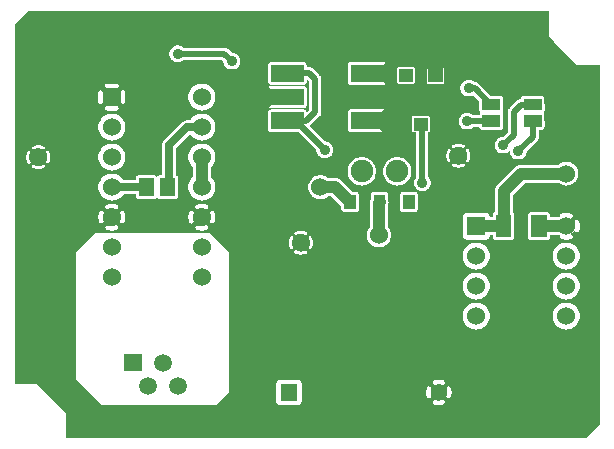
<source format=gbr>
G04 start of page 3 for group 1 idx 1 *
G04 Title: (unknown), bottom *
G04 Creator: pcb 20110918 *
G04 CreationDate: Fri May 31 20:11:58 2013 UTC *
G04 For: fosse *
G04 Format: Gerber/RS-274X *
G04 PCB-Dimensions: 210000 160000 *
G04 PCB-Coordinate-Origin: lower left *
%MOIN*%
%FSLAX25Y25*%
%LNBOTTOM*%
%ADD46C,0.0340*%
%ADD45C,0.0300*%
%ADD44C,0.0315*%
%ADD43C,0.0280*%
%ADD42C,0.0350*%
%ADD41C,0.0360*%
%ADD40R,0.0433X0.0433*%
%ADD39R,0.0433X0.0433*%
%ADD38R,0.0394X0.0394*%
%ADD37R,0.0551X0.0551*%
%ADD36R,0.0390X0.0390*%
%ADD35R,0.0512X0.0512*%
%ADD34C,0.0750*%
%ADD33C,0.0550*%
%ADD32C,0.0591*%
%ADD31C,0.0600*%
%ADD30C,0.0400*%
%ADD29C,0.0200*%
%ADD28C,0.0250*%
%ADD27C,0.0001*%
G54D27*G36*
X130801Y138500D02*Y130500D01*
X128801D01*
X124801Y134500D01*
X128801Y138500D01*
X130801D01*
G37*
G36*
X129801Y122500D02*Y114500D01*
X127801D01*
X123801Y118500D01*
X127801Y122500D01*
X129801D01*
G37*
G36*
X144800Y133500D02*X141800Y136500D01*
X147800D01*
X144800Y133500D01*
G37*
G36*
X86739Y122375D02*Y130375D01*
X88739D01*
X92739Y126375D01*
X88739Y122375D01*
X86739D01*
G37*
G36*
X184426Y144940D02*X192110Y137256D01*
X199610D01*
Y17256D01*
X195110Y12756D01*
X184426D01*
Y51577D01*
X184478Y51451D01*
X184848Y50847D01*
X185308Y50308D01*
X185847Y49848D01*
X186451Y49478D01*
X187105Y49207D01*
X187794Y49042D01*
X188500Y48986D01*
X189206Y49042D01*
X189895Y49207D01*
X190549Y49478D01*
X191153Y49848D01*
X191692Y50308D01*
X192152Y50847D01*
X192522Y51451D01*
X192793Y52105D01*
X192958Y52794D01*
X193000Y53500D01*
X192958Y54206D01*
X192793Y54895D01*
X192522Y55549D01*
X192152Y56153D01*
X191692Y56692D01*
X191153Y57152D01*
X190549Y57522D01*
X189895Y57793D01*
X189206Y57958D01*
X188500Y58014D01*
X187794Y57958D01*
X187105Y57793D01*
X186451Y57522D01*
X185847Y57152D01*
X185308Y56692D01*
X184848Y56153D01*
X184478Y55549D01*
X184426Y55423D01*
Y61577D01*
X184478Y61451D01*
X184848Y60847D01*
X185308Y60308D01*
X185847Y59848D01*
X186451Y59478D01*
X187105Y59207D01*
X187794Y59042D01*
X188500Y58986D01*
X189206Y59042D01*
X189895Y59207D01*
X190549Y59478D01*
X191153Y59848D01*
X191692Y60308D01*
X192152Y60847D01*
X192522Y61451D01*
X192793Y62105D01*
X192958Y62794D01*
X193000Y63500D01*
X192958Y64206D01*
X192793Y64895D01*
X192522Y65549D01*
X192152Y66153D01*
X191692Y66692D01*
X191153Y67152D01*
X190549Y67522D01*
X189895Y67793D01*
X189206Y67958D01*
X188500Y68014D01*
X187794Y67958D01*
X187105Y67793D01*
X186451Y67522D01*
X185847Y67152D01*
X185308Y66692D01*
X184848Y66153D01*
X184478Y65549D01*
X184426Y65423D01*
Y71577D01*
X184478Y71451D01*
X184848Y70847D01*
X185308Y70308D01*
X185847Y69848D01*
X186451Y69478D01*
X187105Y69207D01*
X187794Y69042D01*
X188500Y68986D01*
X189206Y69042D01*
X189895Y69207D01*
X190549Y69478D01*
X191153Y69848D01*
X191692Y70308D01*
X192152Y70847D01*
X192522Y71451D01*
X192793Y72105D01*
X192958Y72794D01*
X193000Y73500D01*
X192958Y74206D01*
X192793Y74895D01*
X192522Y75549D01*
X192152Y76153D01*
X191692Y76692D01*
X191153Y77152D01*
X190549Y77522D01*
X189895Y77793D01*
X189206Y77958D01*
X188500Y78014D01*
X187794Y77958D01*
X187105Y77793D01*
X186451Y77522D01*
X185847Y77152D01*
X185308Y76692D01*
X184848Y76153D01*
X184478Y75549D01*
X184426Y75423D01*
Y80500D01*
X186508D01*
X186446Y80413D01*
X186393Y80308D01*
X186357Y80195D01*
X186340Y80079D01*
X186341Y79961D01*
X186360Y79844D01*
X186397Y79732D01*
X186452Y79627D01*
X186522Y79532D01*
X186606Y79449D01*
X186702Y79381D01*
X186808Y79330D01*
X187216Y79182D01*
X187637Y79078D01*
X188067Y79016D01*
X188500Y78995D01*
X188933Y79016D01*
X189363Y79078D01*
X189784Y79182D01*
X190194Y79325D01*
X190300Y79378D01*
X190396Y79447D01*
X190481Y79530D01*
X190551Y79625D01*
X190606Y79731D01*
X190643Y79843D01*
X190663Y79960D01*
X190664Y80079D01*
X190646Y80196D01*
X190610Y80309D01*
X190557Y80415D01*
X190488Y80512D01*
X190405Y80596D01*
X190309Y80667D01*
X190204Y80721D01*
X190092Y80759D01*
X189975Y80778D01*
X189856Y80779D01*
X189739Y80761D01*
X189677Y80740D01*
X189866Y80819D01*
X190269Y81065D01*
X190628Y81372D01*
X190935Y81731D01*
X191181Y82134D01*
X191280Y82371D01*
X191242Y82261D01*
X191225Y82144D01*
X191225Y82026D01*
X191245Y81909D01*
X191282Y81797D01*
X191336Y81693D01*
X191406Y81598D01*
X191491Y81515D01*
X191587Y81446D01*
X191692Y81393D01*
X191805Y81357D01*
X191921Y81340D01*
X192039Y81341D01*
X192156Y81360D01*
X192268Y81397D01*
X192373Y81452D01*
X192468Y81522D01*
X192551Y81606D01*
X192619Y81702D01*
X192670Y81808D01*
X192818Y82216D01*
X192922Y82637D01*
X192984Y83067D01*
X193005Y83500D01*
X192984Y83933D01*
X192922Y84363D01*
X192818Y84784D01*
X192675Y85194D01*
X192622Y85300D01*
X192553Y85396D01*
X192470Y85481D01*
X192375Y85551D01*
X192269Y85606D01*
X192157Y85643D01*
X192040Y85663D01*
X191921Y85664D01*
X191804Y85646D01*
X191691Y85610D01*
X191585Y85557D01*
X191488Y85488D01*
X191404Y85405D01*
X191333Y85309D01*
X191279Y85204D01*
X191241Y85092D01*
X191222Y84975D01*
X191221Y84856D01*
X191239Y84739D01*
X191260Y84677D01*
X191181Y84866D01*
X190935Y85269D01*
X190628Y85628D01*
X190269Y85935D01*
X189866Y86181D01*
X189629Y86280D01*
X189739Y86242D01*
X189856Y86225D01*
X189974Y86225D01*
X190091Y86245D01*
X190203Y86282D01*
X190307Y86336D01*
X190402Y86406D01*
X190485Y86491D01*
X190554Y86587D01*
X190607Y86692D01*
X190643Y86805D01*
X190660Y86921D01*
X190659Y87039D01*
X190640Y87156D01*
X190603Y87268D01*
X190548Y87373D01*
X190478Y87468D01*
X190394Y87551D01*
X190298Y87619D01*
X190192Y87670D01*
X189784Y87818D01*
X189363Y87922D01*
X188933Y87984D01*
X188500Y88005D01*
X188067Y87984D01*
X187637Y87922D01*
X187216Y87818D01*
X186806Y87675D01*
X186700Y87622D01*
X186604Y87553D01*
X186519Y87470D01*
X186449Y87375D01*
X186394Y87269D01*
X186357Y87157D01*
X186337Y87040D01*
X186336Y86921D01*
X186354Y86804D01*
X186390Y86691D01*
X186443Y86585D01*
X186504Y86500D01*
X184426D01*
Y98000D01*
X185854D01*
X186142Y97754D01*
X186678Y97425D01*
X187260Y97184D01*
X187872Y97037D01*
X188500Y96988D01*
X189128Y97037D01*
X189740Y97184D01*
X190322Y97425D01*
X190858Y97754D01*
X191337Y98163D01*
X191746Y98642D01*
X192075Y99178D01*
X192316Y99760D01*
X192463Y100372D01*
X192500Y101000D01*
X192463Y101628D01*
X192316Y102240D01*
X192075Y102822D01*
X191746Y103358D01*
X191337Y103837D01*
X190858Y104246D01*
X190322Y104575D01*
X189740Y104816D01*
X189128Y104963D01*
X188500Y105012D01*
X187872Y104963D01*
X187260Y104816D01*
X186678Y104575D01*
X186142Y104246D01*
X185854Y104000D01*
X184426D01*
Y144940D01*
G37*
G36*
Y12756D02*X172962D01*
Y96219D01*
X174743Y98000D01*
X184426D01*
Y86500D01*
X182956D01*
X182955Y87397D01*
X182918Y87550D01*
X182858Y87695D01*
X182776Y87830D01*
X182673Y87949D01*
X182554Y88052D01*
X182419Y88134D01*
X182274Y88194D01*
X182121Y88231D01*
X181964Y88240D01*
X176689Y88231D01*
X176536Y88194D01*
X176391Y88134D01*
X176256Y88052D01*
X176137Y87949D01*
X176034Y87830D01*
X175952Y87695D01*
X175892Y87550D01*
X175855Y87397D01*
X175846Y87240D01*
X175855Y79603D01*
X175892Y79450D01*
X175952Y79305D01*
X176034Y79170D01*
X176137Y79051D01*
X176256Y78948D01*
X176391Y78866D01*
X176536Y78806D01*
X176689Y78769D01*
X176846Y78760D01*
X182121Y78769D01*
X182274Y78806D01*
X182419Y78866D01*
X182554Y78948D01*
X182673Y79051D01*
X182776Y79170D01*
X182858Y79305D01*
X182918Y79450D01*
X182955Y79603D01*
X182964Y79760D01*
X182963Y80500D01*
X184426D01*
Y75423D01*
X184207Y74895D01*
X184042Y74206D01*
X183986Y73500D01*
X184042Y72794D01*
X184207Y72105D01*
X184426Y71577D01*
Y65423D01*
X184207Y64895D01*
X184042Y64206D01*
X183986Y63500D01*
X184042Y62794D01*
X184207Y62105D01*
X184426Y61577D01*
Y55423D01*
X184207Y54895D01*
X184042Y54206D01*
X183986Y53500D01*
X184042Y52794D01*
X184207Y52105D01*
X184426Y51577D01*
Y12756D01*
G37*
G36*
X172962Y155256D02*X182610D01*
Y146756D01*
X184426Y144940D01*
Y104000D01*
X173618D01*
X173500Y104009D01*
X173029Y103972D01*
X172962Y103956D01*
Y105731D01*
X173368Y105829D01*
X173775Y105997D01*
X174151Y106228D01*
X174486Y106514D01*
X174772Y106849D01*
X175003Y107225D01*
X175171Y107632D01*
X175274Y108061D01*
X175298Y108470D01*
X178639Y111810D01*
X178699Y111861D01*
X178903Y112101D01*
X178903Y112101D01*
X179068Y112369D01*
X179188Y112660D01*
X179261Y112966D01*
X179286Y113280D01*
X179280Y113358D01*
Y115527D01*
X180389Y115529D01*
X180542Y115566D01*
X180688Y115626D01*
X180822Y115708D01*
X180942Y115810D01*
X181044Y115930D01*
X181126Y116064D01*
X181186Y116210D01*
X181223Y116363D01*
X181232Y116520D01*
X181223Y120613D01*
X181186Y120766D01*
X181126Y120912D01*
X181044Y121046D01*
X180942Y121166D01*
X180850Y121244D01*
X180942Y121322D01*
X181044Y121442D01*
X181126Y121576D01*
X181186Y121722D01*
X181223Y121875D01*
X181232Y122032D01*
X181223Y126125D01*
X181186Y126278D01*
X181126Y126424D01*
X181044Y126558D01*
X180942Y126678D01*
X180822Y126780D01*
X180688Y126862D01*
X180542Y126922D01*
X180389Y126959D01*
X180232Y126968D01*
X174171Y126959D01*
X174018Y126922D01*
X173872Y126862D01*
X173738Y126780D01*
X173618Y126678D01*
X173516Y126558D01*
X173434Y126424D01*
X173374Y126278D01*
X173337Y126125D01*
X173330Y126006D01*
X173329Y125993D01*
X173186Y125981D01*
X172962Y125928D01*
Y155256D01*
G37*
G36*
X160072Y79010D02*X161735Y79014D01*
X161965Y79069D01*
X162183Y79159D01*
X162384Y79283D01*
X162564Y79436D01*
X162717Y79616D01*
X162841Y79817D01*
X162931Y80035D01*
X162986Y80265D01*
X163000Y80500D01*
Y80500D01*
X164044D01*
X164045Y79603D01*
X164082Y79450D01*
X164142Y79305D01*
X164224Y79170D01*
X164327Y79051D01*
X164446Y78948D01*
X164581Y78866D01*
X164726Y78806D01*
X164879Y78769D01*
X165036Y78760D01*
X170311Y78769D01*
X170464Y78806D01*
X170609Y78866D01*
X170744Y78948D01*
X170863Y79051D01*
X170966Y79170D01*
X171048Y79305D01*
X171108Y79450D01*
X171145Y79603D01*
X171154Y79760D01*
X171145Y87397D01*
X171108Y87550D01*
X171048Y87695D01*
X170966Y87830D01*
X170863Y87949D01*
X170744Y88052D01*
X170609Y88134D01*
X170595Y88140D01*
Y93852D01*
X172962Y96219D01*
Y12756D01*
X160072D01*
Y49280D01*
X160549Y49478D01*
X161153Y49848D01*
X161692Y50308D01*
X162152Y50847D01*
X162522Y51451D01*
X162793Y52105D01*
X162958Y52794D01*
X163000Y53500D01*
X162958Y54206D01*
X162793Y54895D01*
X162522Y55549D01*
X162152Y56153D01*
X161692Y56692D01*
X161153Y57152D01*
X160549Y57522D01*
X160072Y57720D01*
Y59280D01*
X160549Y59478D01*
X161153Y59848D01*
X161692Y60308D01*
X162152Y60847D01*
X162522Y61451D01*
X162793Y62105D01*
X162958Y62794D01*
X163000Y63500D01*
X162958Y64206D01*
X162793Y64895D01*
X162522Y65549D01*
X162152Y66153D01*
X161692Y66692D01*
X161153Y67152D01*
X160549Y67522D01*
X160072Y67720D01*
Y69280D01*
X160549Y69478D01*
X161153Y69848D01*
X161692Y70308D01*
X162152Y70847D01*
X162522Y71451D01*
X162793Y72105D01*
X162958Y72794D01*
X163000Y73500D01*
X162958Y74206D01*
X162793Y74895D01*
X162522Y75549D01*
X162152Y76153D01*
X161692Y76692D01*
X161153Y77152D01*
X160549Y77522D01*
X160072Y77720D01*
Y79010D01*
G37*
G36*
Y155256D02*X172962D01*
Y125928D01*
X172880Y125908D01*
X172589Y125788D01*
X172321Y125623D01*
X172320Y125623D01*
X172184Y125506D01*
X172081Y125419D01*
X172030Y125359D01*
X169641Y122970D01*
X169581Y122919D01*
X169377Y122679D01*
X169212Y122411D01*
X169092Y122120D01*
X169019Y121814D01*
X168994Y121500D01*
X169000Y121422D01*
Y114828D01*
X167479Y113307D01*
X167061Y113274D01*
X166632Y113171D01*
X166225Y113003D01*
X165849Y112772D01*
X165514Y112486D01*
X165228Y112151D01*
X164997Y111775D01*
X164829Y111368D01*
X164726Y110939D01*
X164691Y110500D01*
X164726Y110061D01*
X164829Y109632D01*
X164997Y109225D01*
X165228Y108849D01*
X165514Y108514D01*
X165849Y108228D01*
X166225Y107997D01*
X166632Y107829D01*
X167061Y107726D01*
X167500Y107691D01*
X167939Y107726D01*
X168368Y107829D01*
X168775Y107997D01*
X169151Y108228D01*
X169486Y108514D01*
X169713Y108780D01*
X169691Y108500D01*
X169692Y108494D01*
X169726Y108061D01*
X169829Y107632D01*
X169997Y107225D01*
X170228Y106849D01*
X170514Y106514D01*
X170849Y106228D01*
X171225Y105997D01*
X171632Y105829D01*
X172061Y105726D01*
X172500Y105691D01*
X172939Y105726D01*
X172962Y105731D01*
Y103956D01*
X172570Y103862D01*
X172134Y103681D01*
X171731Y103435D01*
X171731Y103434D01*
X171372Y103128D01*
X171296Y103038D01*
X165557Y97299D01*
X165467Y97223D01*
X165160Y96864D01*
X164914Y96461D01*
X164733Y96025D01*
X164623Y95566D01*
X164623Y95566D01*
X164586Y95095D01*
X164595Y94977D01*
Y88140D01*
X164581Y88134D01*
X164446Y88052D01*
X164327Y87949D01*
X164224Y87830D01*
X164142Y87695D01*
X164082Y87550D01*
X164045Y87397D01*
X164036Y87240D01*
X164037Y86500D01*
X162987D01*
X162986Y86735D01*
X162931Y86965D01*
X162841Y87183D01*
X162717Y87384D01*
X162564Y87564D01*
X162384Y87717D01*
X162183Y87841D01*
X161965Y87931D01*
X161735Y87986D01*
X161500Y88000D01*
X160072Y87997D01*
Y115638D01*
X160092Y115626D01*
X160238Y115566D01*
X160391Y115529D01*
X160548Y115520D01*
X166609Y115529D01*
X166762Y115566D01*
X166908Y115626D01*
X167042Y115708D01*
X167162Y115810D01*
X167264Y115930D01*
X167346Y116064D01*
X167406Y116210D01*
X167443Y116363D01*
X167452Y116520D01*
X167443Y120613D01*
X167406Y120766D01*
X167346Y120912D01*
X167264Y121046D01*
X167162Y121166D01*
X167070Y121244D01*
X167162Y121322D01*
X167264Y121442D01*
X167346Y121576D01*
X167406Y121722D01*
X167443Y121875D01*
X167452Y122032D01*
X167443Y126125D01*
X167406Y126278D01*
X167346Y126424D01*
X167264Y126558D01*
X167162Y126678D01*
X167042Y126780D01*
X166908Y126862D01*
X166762Y126922D01*
X166609Y126959D01*
X166452Y126968D01*
X163365Y126964D01*
X160072Y130256D01*
Y155256D01*
G37*
G36*
X155784Y49902D02*X155847Y49848D01*
X156451Y49478D01*
X157105Y49207D01*
X157794Y49042D01*
X158500Y48986D01*
X159206Y49042D01*
X159895Y49207D01*
X160072Y49280D01*
Y12756D01*
X155784D01*
Y49902D01*
G37*
G36*
Y59902D02*X155847Y59848D01*
X156451Y59478D01*
X157105Y59207D01*
X157794Y59042D01*
X158500Y58986D01*
X159206Y59042D01*
X159895Y59207D01*
X160072Y59280D01*
Y57720D01*
X159895Y57793D01*
X159206Y57958D01*
X158500Y58014D01*
X157794Y57958D01*
X157105Y57793D01*
X156451Y57522D01*
X155847Y57152D01*
X155784Y57098D01*
Y59902D01*
G37*
G36*
Y69902D02*X155847Y69848D01*
X156451Y69478D01*
X157105Y69207D01*
X157794Y69042D01*
X158500Y68986D01*
X159206Y69042D01*
X159895Y69207D01*
X160072Y69280D01*
Y67720D01*
X159895Y67793D01*
X159206Y67958D01*
X158500Y68014D01*
X157794Y67958D01*
X157105Y67793D01*
X156451Y67522D01*
X155847Y67152D01*
X155784Y67098D01*
Y69902D01*
G37*
G36*
Y79001D02*X160072Y79010D01*
Y77720D01*
X159895Y77793D01*
X159206Y77958D01*
X158500Y78014D01*
X157794Y77958D01*
X157105Y77793D01*
X156451Y77522D01*
X155847Y77152D01*
X155784Y77098D01*
Y79001D01*
G37*
G36*
Y115714D02*X155939Y115726D01*
X156368Y115829D01*
X156775Y115997D01*
X157151Y116228D01*
X157470Y116500D01*
X159556D01*
X159557Y116363D01*
X159594Y116210D01*
X159654Y116064D01*
X159736Y115930D01*
X159838Y115810D01*
X159958Y115708D01*
X160072Y115638D01*
Y87997D01*
X155784Y87987D01*
Y104869D01*
X155787Y104870D01*
X155855Y104909D01*
X155916Y104958D01*
X155969Y105017D01*
X156011Y105083D01*
X156174Y105408D01*
X156303Y105748D01*
X156401Y106098D01*
X156467Y106456D01*
X156500Y106818D01*
Y107182D01*
X156467Y107544D01*
X156401Y107902D01*
X156303Y108252D01*
X156174Y108592D01*
X156015Y108919D01*
X155972Y108985D01*
X155919Y109044D01*
X155857Y109094D01*
X155788Y109133D01*
X155784Y109135D01*
Y115714D01*
G37*
G36*
Y126708D02*X156000Y126691D01*
X156439Y126726D01*
X156868Y126829D01*
X157275Y126997D01*
X157522Y127149D01*
X159549Y125122D01*
X159557Y121875D01*
X159594Y121722D01*
X159654Y121576D01*
X159736Y121442D01*
X159838Y121322D01*
X159930Y121244D01*
X159838Y121166D01*
X159736Y121046D01*
X159654Y120912D01*
X159594Y120766D01*
X159557Y120613D01*
X159550Y120500D01*
X157470D01*
X157151Y120772D01*
X156775Y121003D01*
X156368Y121171D01*
X155939Y121274D01*
X155784Y121286D01*
Y126708D01*
G37*
G36*
Y155256D02*X160072D01*
Y130256D01*
X159470Y130859D01*
X159419Y130919D01*
X159179Y131123D01*
X159179Y131123D01*
X158911Y131288D01*
X158620Y131408D01*
X158314Y131481D01*
X158000Y131506D01*
X157966Y131503D01*
X157651Y131772D01*
X157275Y132003D01*
X156868Y132171D01*
X156439Y132274D01*
X156000Y132309D01*
X155784Y132292D01*
Y155256D01*
G37*
G36*
X152502D02*X155784D01*
Y132292D01*
X155561Y132274D01*
X155132Y132171D01*
X154725Y132003D01*
X154349Y131772D01*
X154014Y131486D01*
X153728Y131151D01*
X153497Y130775D01*
X153329Y130368D01*
X153226Y129939D01*
X153191Y129500D01*
X153226Y129061D01*
X153329Y128632D01*
X153497Y128225D01*
X153728Y127849D01*
X154014Y127514D01*
X154349Y127228D01*
X154725Y126997D01*
X155132Y126829D01*
X155561Y126726D01*
X155784Y126708D01*
Y121286D01*
X155500Y121309D01*
X155061Y121274D01*
X154632Y121171D01*
X154225Y121003D01*
X153849Y120772D01*
X153514Y120486D01*
X153228Y120151D01*
X152997Y119775D01*
X152829Y119368D01*
X152726Y118939D01*
X152691Y118500D01*
X152726Y118061D01*
X152829Y117632D01*
X152997Y117225D01*
X153228Y116849D01*
X153514Y116514D01*
X153849Y116228D01*
X154225Y115997D01*
X154632Y115829D01*
X155061Y115726D01*
X155500Y115691D01*
X155784Y115714D01*
Y109135D01*
X155714Y109161D01*
X155637Y109177D01*
X155558Y109181D01*
X155479Y109173D01*
X155403Y109152D01*
X155330Y109120D01*
X155264Y109077D01*
X155205Y109024D01*
X155156Y108962D01*
X155116Y108893D01*
X155088Y108819D01*
X155072Y108742D01*
X155068Y108663D01*
X155076Y108584D01*
X155097Y108507D01*
X155130Y108436D01*
X155253Y108193D01*
X155350Y107938D01*
X155423Y107676D01*
X155472Y107408D01*
X155497Y107136D01*
Y106864D01*
X155472Y106592D01*
X155423Y106324D01*
X155350Y106062D01*
X155253Y105807D01*
X155133Y105563D01*
X155100Y105491D01*
X155079Y105416D01*
X155071Y105337D01*
X155075Y105259D01*
X155091Y105182D01*
X155119Y105108D01*
X155158Y105040D01*
X155207Y104979D01*
X155266Y104926D01*
X155332Y104883D01*
X155404Y104851D01*
X155480Y104830D01*
X155558Y104822D01*
X155636Y104826D01*
X155713Y104842D01*
X155784Y104869D01*
Y87987D01*
X155265Y87986D01*
X155035Y87931D01*
X154817Y87841D01*
X154616Y87717D01*
X154436Y87564D01*
X154283Y87384D01*
X154159Y87183D01*
X154069Y86965D01*
X154014Y86735D01*
X154000Y86500D01*
X154014Y80265D01*
X154069Y80035D01*
X154159Y79817D01*
X154283Y79616D01*
X154436Y79436D01*
X154616Y79283D01*
X154817Y79159D01*
X155035Y79069D01*
X155265Y79014D01*
X155500Y79000D01*
X155784Y79001D01*
Y77098D01*
X155308Y76692D01*
X154848Y76153D01*
X154478Y75549D01*
X154207Y74895D01*
X154042Y74206D01*
X153986Y73500D01*
X154042Y72794D01*
X154207Y72105D01*
X154478Y71451D01*
X154848Y70847D01*
X155308Y70308D01*
X155784Y69902D01*
Y67098D01*
X155308Y66692D01*
X154848Y66153D01*
X154478Y65549D01*
X154207Y64895D01*
X154042Y64206D01*
X153986Y63500D01*
X154042Y62794D01*
X154207Y62105D01*
X154478Y61451D01*
X154848Y60847D01*
X155308Y60308D01*
X155784Y59902D01*
Y57098D01*
X155308Y56692D01*
X154848Y56153D01*
X154478Y55549D01*
X154207Y54895D01*
X154042Y54206D01*
X153986Y53500D01*
X154042Y52794D01*
X154207Y52105D01*
X154478Y51451D01*
X154848Y50847D01*
X155308Y50308D01*
X155784Y49902D01*
Y12756D01*
X152502D01*
Y103000D01*
X152682D01*
X153044Y103033D01*
X153402Y103099D01*
X153752Y103197D01*
X154092Y103326D01*
X154419Y103485D01*
X154485Y103528D01*
X154544Y103581D01*
X154594Y103643D01*
X154633Y103712D01*
X154661Y103786D01*
X154677Y103863D01*
X154681Y103942D01*
X154673Y104021D01*
X154652Y104097D01*
X154620Y104170D01*
X154577Y104236D01*
X154524Y104295D01*
X154462Y104344D01*
X154393Y104384D01*
X154319Y104412D01*
X154242Y104428D01*
X154163Y104432D01*
X154084Y104424D01*
X154007Y104403D01*
X153936Y104370D01*
X153693Y104247D01*
X153438Y104150D01*
X153176Y104077D01*
X152908Y104028D01*
X152636Y104003D01*
X152502D01*
Y109997D01*
X152636D01*
X152908Y109972D01*
X153176Y109923D01*
X153438Y109850D01*
X153693Y109753D01*
X153937Y109633D01*
X154009Y109600D01*
X154084Y109579D01*
X154163Y109571D01*
X154241Y109575D01*
X154318Y109591D01*
X154392Y109619D01*
X154460Y109658D01*
X154521Y109707D01*
X154574Y109766D01*
X154617Y109832D01*
X154649Y109904D01*
X154670Y109980D01*
X154678Y110058D01*
X154674Y110136D01*
X154658Y110213D01*
X154630Y110287D01*
X154591Y110355D01*
X154542Y110416D01*
X154483Y110469D01*
X154417Y110511D01*
X154092Y110674D01*
X153752Y110803D01*
X153402Y110901D01*
X153044Y110967D01*
X152682Y111000D01*
X152502D01*
Y155256D01*
G37*
G36*
X149216D02*X152502D01*
Y111000D01*
X152318D01*
X151956Y110967D01*
X151598Y110901D01*
X151248Y110803D01*
X150908Y110674D01*
X150581Y110515D01*
X150515Y110472D01*
X150456Y110419D01*
X150406Y110357D01*
X150367Y110288D01*
X150339Y110214D01*
X150323Y110137D01*
X150319Y110058D01*
X150327Y109979D01*
X150348Y109903D01*
X150380Y109830D01*
X150423Y109764D01*
X150476Y109705D01*
X150538Y109656D01*
X150607Y109616D01*
X150681Y109588D01*
X150758Y109572D01*
X150837Y109568D01*
X150916Y109576D01*
X150993Y109597D01*
X151064Y109630D01*
X151307Y109753D01*
X151562Y109850D01*
X151824Y109923D01*
X152092Y109972D01*
X152364Y109997D01*
X152502D01*
Y104003D01*
X152364D01*
X152092Y104028D01*
X151824Y104077D01*
X151562Y104150D01*
X151307Y104247D01*
X151063Y104367D01*
X150991Y104400D01*
X150915Y104421D01*
X150837Y104429D01*
X150759Y104425D01*
X150682Y104409D01*
X150608Y104381D01*
X150540Y104342D01*
X150479Y104293D01*
X150426Y104234D01*
X150383Y104168D01*
X150351Y104096D01*
X150330Y104020D01*
X150322Y103942D01*
X150326Y103864D01*
X150342Y103787D01*
X150370Y103713D01*
X150409Y103645D01*
X150458Y103584D01*
X150517Y103531D01*
X150583Y103489D01*
X150908Y103326D01*
X151248Y103197D01*
X151598Y103099D01*
X151956Y103033D01*
X152318Y103000D01*
X152502D01*
Y12756D01*
X149216D01*
Y26120D01*
X149247Y26116D01*
X149365Y26120D01*
X149481Y26143D01*
X149592Y26183D01*
X149695Y26241D01*
X149788Y26313D01*
X149869Y26400D01*
X149935Y26498D01*
X149982Y26605D01*
X150103Y26965D01*
X150187Y27335D01*
X150237Y27711D01*
X150254Y28090D01*
X150237Y28469D01*
X150187Y28845D01*
X150103Y29215D01*
X149986Y29576D01*
X149937Y29684D01*
X149871Y29782D01*
X149790Y29869D01*
X149697Y29942D01*
X149593Y29999D01*
X149482Y30040D01*
X149366Y30063D01*
X149247Y30067D01*
X149216Y30063D01*
Y104865D01*
X149286Y104839D01*
X149363Y104823D01*
X149442Y104819D01*
X149521Y104827D01*
X149597Y104848D01*
X149670Y104880D01*
X149736Y104923D01*
X149795Y104976D01*
X149844Y105038D01*
X149884Y105107D01*
X149912Y105181D01*
X149928Y105258D01*
X149932Y105337D01*
X149924Y105416D01*
X149903Y105493D01*
X149870Y105564D01*
X149747Y105807D01*
X149650Y106062D01*
X149577Y106324D01*
X149528Y106592D01*
X149503Y106864D01*
Y107136D01*
X149528Y107408D01*
X149577Y107676D01*
X149650Y107938D01*
X149747Y108193D01*
X149867Y108437D01*
X149900Y108509D01*
X149921Y108585D01*
X149929Y108663D01*
X149925Y108741D01*
X149909Y108818D01*
X149881Y108892D01*
X149842Y108960D01*
X149793Y109021D01*
X149734Y109074D01*
X149668Y109117D01*
X149596Y109149D01*
X149520Y109170D01*
X149442Y109178D01*
X149364Y109174D01*
X149287Y109158D01*
X149216Y109131D01*
Y155256D01*
G37*
G36*
X146001D02*X149216D01*
Y109131D01*
X149213Y109130D01*
X149145Y109091D01*
X149084Y109042D01*
X149031Y108983D01*
X148989Y108917D01*
X148826Y108592D01*
X148697Y108252D01*
X148599Y107902D01*
X148533Y107544D01*
X148500Y107182D01*
Y106818D01*
X148533Y106456D01*
X148599Y106098D01*
X148697Y105748D01*
X148826Y105408D01*
X148985Y105081D01*
X149028Y105015D01*
X149081Y104956D01*
X149143Y104906D01*
X149212Y104867D01*
X149216Y104865D01*
Y30063D01*
X149130Y30053D01*
X149016Y30020D01*
X148908Y29970D01*
X148810Y29904D01*
X148723Y29823D01*
X148650Y29730D01*
X148593Y29626D01*
X148552Y29515D01*
X148529Y29399D01*
X148525Y29280D01*
X148539Y29163D01*
X148574Y29050D01*
X148652Y28817D01*
X148706Y28578D01*
X148739Y28335D01*
X148750Y28090D01*
X148739Y27845D01*
X148706Y27602D01*
X148652Y27363D01*
X148577Y27129D01*
X148542Y27017D01*
X148528Y26900D01*
X148532Y26782D01*
X148555Y26666D01*
X148595Y26555D01*
X148653Y26452D01*
X148725Y26359D01*
X148812Y26278D01*
X148910Y26212D01*
X149017Y26163D01*
X149130Y26130D01*
X149216Y26120D01*
Y12756D01*
X146001D01*
Y23836D01*
X146379Y23853D01*
X146755Y23903D01*
X147125Y23987D01*
X147486Y24104D01*
X147594Y24153D01*
X147692Y24219D01*
X147779Y24300D01*
X147852Y24393D01*
X147909Y24497D01*
X147950Y24608D01*
X147973Y24724D01*
X147977Y24843D01*
X147963Y24960D01*
X147930Y25074D01*
X147880Y25182D01*
X147814Y25280D01*
X147733Y25367D01*
X147640Y25440D01*
X147536Y25497D01*
X147425Y25538D01*
X147309Y25561D01*
X147190Y25565D01*
X147073Y25551D01*
X146960Y25516D01*
X146727Y25438D01*
X146488Y25384D01*
X146245Y25351D01*
X146001Y25340D01*
Y30840D01*
X146245Y30829D01*
X146488Y30796D01*
X146727Y30742D01*
X146961Y30667D01*
X147073Y30632D01*
X147190Y30618D01*
X147308Y30622D01*
X147424Y30645D01*
X147535Y30685D01*
X147638Y30743D01*
X147731Y30815D01*
X147812Y30902D01*
X147878Y31000D01*
X147927Y31107D01*
X147960Y31220D01*
X147974Y31337D01*
X147970Y31455D01*
X147947Y31571D01*
X147907Y31682D01*
X147849Y31785D01*
X147777Y31878D01*
X147690Y31959D01*
X147592Y32025D01*
X147485Y32072D01*
X147125Y32193D01*
X146755Y32277D01*
X146379Y32327D01*
X146001Y32344D01*
Y130879D01*
X147377Y130881D01*
X147469Y130903D01*
X147556Y130939D01*
X147637Y130989D01*
X147709Y131050D01*
X147770Y131122D01*
X147819Y131202D01*
X147855Y131290D01*
X147877Y131381D01*
X147883Y131476D01*
X147877Y135901D01*
X147855Y135992D01*
X147819Y136080D01*
X147770Y136160D01*
X147709Y136232D01*
X147637Y136293D01*
X147556Y136343D01*
X147469Y136379D01*
X147377Y136401D01*
X147283Y136407D01*
X146001Y136405D01*
Y155256D01*
G37*
G36*
X142610Y130876D02*X146001Y130879D01*
Y32344D01*
X146000Y32344D01*
X145621Y32327D01*
X145245Y32277D01*
X144875Y32193D01*
X144514Y32076D01*
X144406Y32027D01*
X144308Y31961D01*
X144221Y31880D01*
X144148Y31787D01*
X144091Y31683D01*
X144050Y31572D01*
X144027Y31456D01*
X144023Y31337D01*
X144037Y31220D01*
X144070Y31106D01*
X144120Y30998D01*
X144186Y30900D01*
X144267Y30813D01*
X144360Y30740D01*
X144464Y30683D01*
X144575Y30642D01*
X144691Y30619D01*
X144810Y30615D01*
X144927Y30629D01*
X145040Y30664D01*
X145273Y30742D01*
X145512Y30796D01*
X145755Y30829D01*
X146000Y30840D01*
X146001Y30840D01*
Y25340D01*
X146000Y25340D01*
X145755Y25351D01*
X145512Y25384D01*
X145273Y25438D01*
X145039Y25513D01*
X144927Y25548D01*
X144810Y25562D01*
X144692Y25558D01*
X144576Y25535D01*
X144465Y25495D01*
X144362Y25437D01*
X144269Y25365D01*
X144188Y25278D01*
X144122Y25180D01*
X144073Y25073D01*
X144040Y24960D01*
X144026Y24843D01*
X144030Y24725D01*
X144053Y24609D01*
X144093Y24498D01*
X144150Y24395D01*
X144223Y24302D01*
X144310Y24221D01*
X144408Y24155D01*
X144515Y24108D01*
X144875Y23987D01*
X145245Y23903D01*
X145621Y23853D01*
X146000Y23836D01*
X146001Y23836D01*
Y12756D01*
X142610D01*
Y26122D01*
X142634Y26117D01*
X142753Y26113D01*
X142870Y26127D01*
X142984Y26160D01*
X143092Y26210D01*
X143190Y26276D01*
X143277Y26357D01*
X143350Y26450D01*
X143407Y26554D01*
X143448Y26665D01*
X143471Y26781D01*
X143475Y26900D01*
X143461Y27017D01*
X143426Y27130D01*
X143348Y27363D01*
X143294Y27602D01*
X143261Y27845D01*
X143250Y28090D01*
X143261Y28335D01*
X143294Y28578D01*
X143348Y28817D01*
X143423Y29051D01*
X143458Y29163D01*
X143472Y29280D01*
X143468Y29398D01*
X143445Y29514D01*
X143405Y29625D01*
X143347Y29728D01*
X143275Y29821D01*
X143188Y29902D01*
X143090Y29968D01*
X142983Y30017D01*
X142870Y30050D01*
X142753Y30064D01*
X142635Y30060D01*
X142610Y30055D01*
Y96160D01*
X142772Y96349D01*
X143003Y96725D01*
X143171Y97132D01*
X143274Y97561D01*
X143300Y98000D01*
X143274Y98439D01*
X143171Y98868D01*
X143003Y99275D01*
X142772Y99651D01*
X142610Y99840D01*
Y114788D01*
X142636Y114799D01*
X142716Y114848D01*
X142788Y114909D01*
X142849Y114981D01*
X142899Y115062D01*
X142935Y115149D01*
X142957Y115241D01*
X142962Y115335D01*
X142957Y119759D01*
X142935Y119851D01*
X142899Y119938D01*
X142849Y120019D01*
X142788Y120091D01*
X142716Y120152D01*
X142636Y120201D01*
X142610Y120212D01*
Y130876D01*
G37*
G36*
Y155256D02*X146001D01*
Y136405D01*
X142610Y136401D01*
Y155256D01*
G37*
G36*
Y99840D02*X142500Y99970D01*
Y114751D01*
X142548Y114763D01*
X142610Y114788D01*
Y99840D01*
G37*
G36*
Y12756D02*X140169D01*
Y95217D01*
X140500Y95191D01*
X140939Y95226D01*
X141368Y95329D01*
X141775Y95497D01*
X142151Y95728D01*
X142486Y96014D01*
X142610Y96160D01*
Y30055D01*
X142519Y30037D01*
X142408Y29997D01*
X142305Y29940D01*
X142212Y29867D01*
X142131Y29780D01*
X142065Y29682D01*
X142018Y29575D01*
X141897Y29215D01*
X141813Y28845D01*
X141763Y28469D01*
X141746Y28090D01*
X141763Y27711D01*
X141813Y27335D01*
X141897Y26965D01*
X142014Y26604D01*
X142063Y26496D01*
X142129Y26398D01*
X142210Y26311D01*
X142303Y26238D01*
X142407Y26181D01*
X142518Y26140D01*
X142610Y26122D01*
Y12756D01*
G37*
G36*
X140169Y155256D02*X142610D01*
Y136401D01*
X142464Y136401D01*
X142372Y136379D01*
X142285Y136343D01*
X142204Y136293D01*
X142132Y136232D01*
X142071Y136160D01*
X142022Y136080D01*
X141986Y135992D01*
X141964Y135901D01*
X141958Y135807D01*
X141964Y131381D01*
X141986Y131290D01*
X142022Y131202D01*
X142071Y131122D01*
X142132Y131050D01*
X142204Y130989D01*
X142285Y130939D01*
X142372Y130903D01*
X142464Y130881D01*
X142558Y130876D01*
X142610Y130876D01*
Y120212D01*
X142548Y120237D01*
X142457Y120259D01*
X142362Y120265D01*
X140169Y120262D01*
Y155256D01*
G37*
G36*
X100002Y130626D02*X101083Y130627D01*
X101236Y130664D01*
X101382Y130724D01*
X101516Y130806D01*
X101636Y130909D01*
X101738Y131028D01*
X101820Y131163D01*
X101880Y131308D01*
X101917Y131461D01*
X101926Y131618D01*
X101925Y132500D01*
X101972D01*
X102800Y131672D01*
Y122328D01*
X101917Y121445D01*
X101917Y121539D01*
X101880Y121692D01*
X101820Y121837D01*
X101738Y121972D01*
X101636Y122091D01*
X101516Y122194D01*
X101382Y122276D01*
X101236Y122336D01*
X101083Y122373D01*
X100926Y122382D01*
X100002Y122381D01*
Y122752D01*
X101083Y122753D01*
X101236Y122790D01*
X101382Y122850D01*
X101516Y122932D01*
X101636Y123035D01*
X101738Y123154D01*
X101820Y123289D01*
X101880Y123434D01*
X101917Y123587D01*
X101926Y123744D01*
X101917Y129413D01*
X101880Y129566D01*
X101820Y129711D01*
X101738Y129846D01*
X101636Y129965D01*
X101516Y130068D01*
X101382Y130150D01*
X101236Y130210D01*
X101083Y130247D01*
X100926Y130256D01*
X100002Y130255D01*
Y130626D01*
G37*
G36*
X136039Y155256D02*X140169D01*
Y120262D01*
X137543Y120259D01*
X137452Y120237D01*
X137364Y120201D01*
X137284Y120152D01*
X137212Y120091D01*
X137151Y120019D01*
X137101Y119938D01*
X137065Y119851D01*
X137043Y119759D01*
X137037Y119665D01*
X137043Y115241D01*
X137065Y115149D01*
X137101Y115062D01*
X137151Y114981D01*
X137212Y114909D01*
X137284Y114848D01*
X137364Y114799D01*
X137452Y114763D01*
X137543Y114741D01*
X137637Y114735D01*
X138500Y114736D01*
Y99970D01*
X138228Y99651D01*
X137997Y99275D01*
X137829Y98868D01*
X137726Y98439D01*
X137691Y98000D01*
X137726Y97561D01*
X137829Y97132D01*
X137997Y96725D01*
X138228Y96349D01*
X138514Y96014D01*
X138849Y95728D01*
X139225Y95497D01*
X139632Y95329D01*
X140061Y95226D01*
X140169Y95217D01*
Y12756D01*
X136039D01*
Y88179D01*
X138146Y88184D01*
X138299Y88221D01*
X138444Y88281D01*
X138579Y88363D01*
X138698Y88466D01*
X138801Y88585D01*
X138883Y88720D01*
X138943Y88865D01*
X138980Y89018D01*
X138989Y89175D01*
X138980Y94032D01*
X138943Y94185D01*
X138883Y94330D01*
X138801Y94465D01*
X138698Y94584D01*
X138579Y94687D01*
X138444Y94769D01*
X138299Y94829D01*
X138146Y94866D01*
X137989Y94875D01*
X136039Y94871D01*
Y99048D01*
X136384Y99612D01*
X136670Y100303D01*
X136845Y101030D01*
X136889Y101775D01*
X136845Y102520D01*
X136670Y103247D01*
X136384Y103938D01*
X136039Y104502D01*
Y130879D01*
X137535Y130881D01*
X137627Y130903D01*
X137714Y130939D01*
X137795Y130989D01*
X137867Y131050D01*
X137928Y131122D01*
X137977Y131202D01*
X138013Y131290D01*
X138035Y131381D01*
X138041Y131476D01*
X138035Y135901D01*
X138013Y135992D01*
X137977Y136080D01*
X137928Y136160D01*
X137867Y136232D01*
X137795Y136293D01*
X137714Y136343D01*
X137627Y136379D01*
X137535Y136401D01*
X137441Y136407D01*
X136039Y136405D01*
Y155256D01*
G37*
G36*
Y104502D02*X135994Y104576D01*
X135508Y105144D01*
X134940Y105630D01*
X134302Y106020D01*
X133611Y106306D01*
X132884Y106481D01*
X132139Y106540D01*
X132132Y106539D01*
Y131339D01*
X132144Y131290D01*
X132180Y131202D01*
X132229Y131122D01*
X132290Y131050D01*
X132362Y130989D01*
X132443Y130939D01*
X132530Y130903D01*
X132622Y130881D01*
X132716Y130876D01*
X136039Y130879D01*
Y104502D01*
G37*
G36*
Y12756D02*X132132D01*
Y97011D01*
X132139Y97010D01*
X132884Y97069D01*
X133611Y97244D01*
X134302Y97530D01*
X134940Y97920D01*
X135508Y98406D01*
X135994Y98974D01*
X136039Y99048D01*
Y94871D01*
X133932Y94866D01*
X133779Y94829D01*
X133634Y94769D01*
X133499Y94687D01*
X133380Y94584D01*
X133277Y94465D01*
X133195Y94330D01*
X133135Y94185D01*
X133098Y94032D01*
X133089Y93875D01*
X133098Y89018D01*
X133135Y88865D01*
X133195Y88720D01*
X133277Y88585D01*
X133380Y88466D01*
X133499Y88363D01*
X133634Y88281D01*
X133779Y88221D01*
X133932Y88184D01*
X134089Y88175D01*
X136039Y88179D01*
Y12756D01*
G37*
G36*
X132132Y155256D02*X136039D01*
Y136405D01*
X132622Y136401D01*
X132530Y136379D01*
X132443Y136343D01*
X132362Y136293D01*
X132290Y136232D01*
X132229Y136160D01*
X132180Y136080D01*
X132144Y135992D01*
X132132Y135943D01*
Y155256D01*
G37*
G36*
X125994D02*X132132D01*
Y135943D01*
X132122Y135901D01*
X132116Y135807D01*
X132122Y131381D01*
X132132Y131339D01*
Y106539D01*
X131394Y106481D01*
X130667Y106306D01*
X129976Y106020D01*
X129338Y105630D01*
X128770Y105144D01*
X128284Y104576D01*
X127894Y103938D01*
X127608Y103247D01*
X127433Y102520D01*
X127374Y101775D01*
X127433Y101030D01*
X127608Y100303D01*
X127894Y99612D01*
X128284Y98974D01*
X128770Y98406D01*
X129338Y97920D01*
X129976Y97530D01*
X130667Y97244D01*
X131394Y97069D01*
X132132Y97011D01*
Y12756D01*
X125994D01*
Y76488D01*
X126000Y76488D01*
X126628Y76537D01*
X127240Y76684D01*
X127822Y76925D01*
X128358Y77254D01*
X128837Y77663D01*
X129246Y78142D01*
X129575Y78678D01*
X129816Y79260D01*
X129963Y79872D01*
X130000Y80500D01*
X129963Y81128D01*
X129816Y81740D01*
X129575Y82322D01*
X129246Y82858D01*
X129000Y83146D01*
Y88585D01*
X129001Y88585D01*
X129083Y88720D01*
X129143Y88865D01*
X129180Y89018D01*
X129189Y89175D01*
X129186Y90948D01*
X129211Y91054D01*
X129248Y91525D01*
X129211Y91996D01*
X129183Y92112D01*
X129180Y94032D01*
X129143Y94185D01*
X129083Y94330D01*
X129001Y94465D01*
X128898Y94584D01*
X128779Y94687D01*
X128644Y94769D01*
X128499Y94829D01*
X128346Y94866D01*
X128189Y94875D01*
X125994Y94870D01*
Y114878D01*
X127658Y114879D01*
X127811Y114916D01*
X127957Y114976D01*
X128091Y115058D01*
X128211Y115161D01*
X128313Y115280D01*
X128395Y115415D01*
X128455Y115560D01*
X128492Y115713D01*
X128501Y115870D01*
X128492Y121539D01*
X128455Y121692D01*
X128395Y121837D01*
X128313Y121972D01*
X128211Y122091D01*
X128091Y122194D01*
X127957Y122276D01*
X127811Y122336D01*
X127658Y122373D01*
X127501Y122382D01*
X125994Y122381D01*
Y130626D01*
X127658Y130627D01*
X127811Y130664D01*
X127957Y130724D01*
X128091Y130806D01*
X128211Y130909D01*
X128313Y131028D01*
X128395Y131163D01*
X128455Y131308D01*
X128492Y131461D01*
X128501Y131618D01*
X128492Y137287D01*
X128455Y137440D01*
X128395Y137585D01*
X128313Y137720D01*
X128211Y137839D01*
X128091Y137942D01*
X127957Y138024D01*
X127811Y138084D01*
X127658Y138121D01*
X127501Y138130D01*
X125994Y138129D01*
Y155256D01*
G37*
G36*
X120332Y114873D02*X125994Y114878D01*
Y94870D01*
X124132Y94866D01*
X123979Y94829D01*
X123834Y94769D01*
X123699Y94687D01*
X123580Y94584D01*
X123477Y94465D01*
X123395Y94330D01*
X123335Y94185D01*
X123298Y94032D01*
X123289Y93875D01*
X123291Y92586D01*
X123138Y92216D01*
X123028Y91757D01*
X123028Y91757D01*
X122991Y91286D01*
X123000Y91168D01*
Y83146D01*
X122754Y82858D01*
X122425Y82322D01*
X122184Y81740D01*
X122037Y81128D01*
X121988Y80500D01*
X122037Y79872D01*
X122184Y79260D01*
X122425Y78678D01*
X122754Y78142D01*
X123163Y77663D01*
X123642Y77254D01*
X124178Y76925D01*
X124760Y76684D01*
X125372Y76537D01*
X125994Y76488D01*
Y12756D01*
X120332D01*
Y97011D01*
X120339Y97010D01*
X121084Y97069D01*
X121811Y97244D01*
X122502Y97530D01*
X123140Y97920D01*
X123708Y98406D01*
X124194Y98974D01*
X124584Y99612D01*
X124870Y100303D01*
X125045Y101030D01*
X125089Y101775D01*
X125045Y102520D01*
X124870Y103247D01*
X124584Y103938D01*
X124194Y104576D01*
X123708Y105144D01*
X123140Y105630D01*
X122502Y106020D01*
X121811Y106306D01*
X121084Y106481D01*
X120339Y106540D01*
X120332Y106539D01*
Y114873D01*
G37*
G36*
Y130621D02*X125994Y130626D01*
Y122381D01*
X120332Y122376D01*
Y130621D01*
G37*
G36*
Y155256D02*X125994D01*
Y138129D01*
X120332Y138124D01*
Y155256D01*
G37*
G36*
X103284D02*X120332D01*
Y138124D01*
X116518Y138121D01*
X116365Y138084D01*
X116219Y138024D01*
X116085Y137942D01*
X115965Y137839D01*
X115863Y137720D01*
X115781Y137585D01*
X115721Y137440D01*
X115684Y137287D01*
X115674Y137130D01*
X115684Y131461D01*
X115721Y131308D01*
X115781Y131163D01*
X115863Y131028D01*
X115965Y130909D01*
X116085Y130806D01*
X116219Y130724D01*
X116365Y130664D01*
X116518Y130627D01*
X116674Y130618D01*
X120332Y130621D01*
Y122376D01*
X116518Y122373D01*
X116365Y122336D01*
X116219Y122276D01*
X116085Y122194D01*
X115965Y122091D01*
X115863Y121972D01*
X115781Y121837D01*
X115721Y121692D01*
X115684Y121539D01*
X115674Y121382D01*
X115684Y115713D01*
X115721Y115560D01*
X115781Y115415D01*
X115863Y115280D01*
X115965Y115161D01*
X116085Y115058D01*
X116219Y114976D01*
X116365Y114916D01*
X116518Y114879D01*
X116674Y114870D01*
X120332Y114873D01*
Y106539D01*
X119594Y106481D01*
X118867Y106306D01*
X118176Y106020D01*
X117538Y105630D01*
X116970Y105144D01*
X116484Y104576D01*
X116094Y103938D01*
X115808Y103247D01*
X115633Y102520D01*
X115574Y101775D01*
X115633Y101030D01*
X115808Y100303D01*
X116094Y99612D01*
X116484Y98974D01*
X116970Y98406D01*
X117538Y97920D01*
X118176Y97530D01*
X118867Y97244D01*
X119594Y97069D01*
X120332Y97011D01*
Y12756D01*
X103284D01*
Y75869D01*
X103287Y75870D01*
X103355Y75909D01*
X103416Y75958D01*
X103469Y76017D01*
X103511Y76083D01*
X103674Y76408D01*
X103803Y76748D01*
X103901Y77098D01*
X103967Y77456D01*
X104000Y77818D01*
Y78182D01*
X103967Y78544D01*
X103901Y78902D01*
X103803Y79252D01*
X103674Y79592D01*
X103515Y79919D01*
X103472Y79985D01*
X103419Y80044D01*
X103357Y80094D01*
X103288Y80133D01*
X103284Y80135D01*
Y94107D01*
X103663Y93663D01*
X104142Y93254D01*
X104678Y92925D01*
X105260Y92684D01*
X105872Y92537D01*
X106500Y92488D01*
X107128Y92537D01*
X107740Y92684D01*
X108322Y92925D01*
X108858Y93254D01*
X109146Y93500D01*
X110221D01*
X113496Y90225D01*
X113498Y89018D01*
X113535Y88865D01*
X113595Y88720D01*
X113677Y88585D01*
X113780Y88466D01*
X113899Y88363D01*
X114034Y88281D01*
X114179Y88221D01*
X114332Y88184D01*
X114489Y88175D01*
X118546Y88184D01*
X118699Y88221D01*
X118844Y88281D01*
X118979Y88363D01*
X119098Y88466D01*
X119201Y88585D01*
X119283Y88720D01*
X119343Y88865D01*
X119380Y89018D01*
X119389Y89175D01*
X119386Y90948D01*
X119411Y91054D01*
X119448Y91525D01*
X119411Y91996D01*
X119383Y92112D01*
X119380Y94032D01*
X119343Y94185D01*
X119283Y94330D01*
X119201Y94465D01*
X119098Y94584D01*
X118979Y94687D01*
X118844Y94769D01*
X118699Y94829D01*
X118546Y94866D01*
X118389Y94875D01*
X117334Y94873D01*
X113668Y98538D01*
X113592Y98628D01*
X113233Y98935D01*
X112830Y99181D01*
X112394Y99362D01*
X111935Y99472D01*
X111464Y99509D01*
X111346Y99500D01*
X109146D01*
X108858Y99746D01*
X108322Y100075D01*
X107740Y100316D01*
X107128Y100463D01*
X106500Y100512D01*
X105872Y100463D01*
X105260Y100316D01*
X104678Y100075D01*
X104142Y99746D01*
X103663Y99337D01*
X103284Y98893D01*
Y110888D01*
X105193Y108979D01*
X105226Y108561D01*
X105329Y108132D01*
X105497Y107725D01*
X105728Y107349D01*
X106014Y107014D01*
X106349Y106728D01*
X106725Y106497D01*
X107132Y106329D01*
X107561Y106226D01*
X108000Y106191D01*
X108439Y106226D01*
X108868Y106329D01*
X109275Y106497D01*
X109651Y106728D01*
X109986Y107014D01*
X110272Y107349D01*
X110503Y107725D01*
X110671Y108132D01*
X110774Y108561D01*
X110800Y109000D01*
X110774Y109439D01*
X110671Y109868D01*
X110503Y110275D01*
X110272Y110651D01*
X109986Y110986D01*
X109651Y111272D01*
X109275Y111503D01*
X108868Y111671D01*
X108439Y111774D01*
X108021Y111807D01*
X103284Y116545D01*
Y117155D01*
X106159Y120030D01*
X106219Y120081D01*
X106423Y120321D01*
X106424Y120321D01*
X106588Y120589D01*
X106708Y120880D01*
X106782Y121186D01*
X106807Y121500D01*
X106801Y121578D01*
Y132422D01*
X106807Y132500D01*
X106782Y132814D01*
X106782Y132814D01*
X106708Y133120D01*
X106588Y133411D01*
X106424Y133679D01*
X106219Y133919D01*
X106159Y133970D01*
X104270Y135859D01*
X104219Y135919D01*
X103980Y136123D01*
X103711Y136288D01*
X103420Y136408D01*
X103284Y136441D01*
Y155256D01*
G37*
G36*
Y116545D02*X102962Y116866D01*
X102980Y116877D01*
X103219Y117081D01*
X103270Y117141D01*
X103284Y117155D01*
Y116545D01*
G37*
G36*
Y12756D02*X100002D01*
Y24512D01*
X100091Y24657D01*
X100181Y24875D01*
X100236Y25105D01*
X100250Y25340D01*
X100236Y31075D01*
X100181Y31305D01*
X100091Y31523D01*
X100002Y31668D01*
Y74000D01*
X100182D01*
X100544Y74033D01*
X100902Y74099D01*
X101252Y74197D01*
X101592Y74326D01*
X101919Y74485D01*
X101985Y74528D01*
X102044Y74581D01*
X102094Y74643D01*
X102133Y74712D01*
X102161Y74786D01*
X102177Y74863D01*
X102181Y74942D01*
X102173Y75021D01*
X102152Y75097D01*
X102120Y75170D01*
X102077Y75236D01*
X102024Y75295D01*
X101962Y75344D01*
X101893Y75384D01*
X101819Y75412D01*
X101742Y75428D01*
X101663Y75432D01*
X101584Y75424D01*
X101507Y75403D01*
X101436Y75370D01*
X101193Y75247D01*
X100938Y75150D01*
X100676Y75077D01*
X100408Y75028D01*
X100136Y75003D01*
X100002D01*
Y80997D01*
X100136D01*
X100408Y80972D01*
X100676Y80923D01*
X100938Y80850D01*
X101193Y80753D01*
X101437Y80633D01*
X101509Y80600D01*
X101584Y80579D01*
X101663Y80571D01*
X101741Y80575D01*
X101818Y80591D01*
X101892Y80619D01*
X101960Y80658D01*
X102021Y80707D01*
X102074Y80766D01*
X102117Y80832D01*
X102149Y80904D01*
X102170Y80980D01*
X102178Y81058D01*
X102174Y81136D01*
X102158Y81213D01*
X102130Y81287D01*
X102091Y81355D01*
X102042Y81416D01*
X101983Y81469D01*
X101917Y81511D01*
X101592Y81674D01*
X101252Y81803D01*
X100902Y81901D01*
X100544Y81967D01*
X100182Y82000D01*
X100002D01*
Y114170D01*
X103284Y110888D01*
Y98893D01*
X103254Y98858D01*
X102925Y98322D01*
X102684Y97740D01*
X102537Y97128D01*
X102488Y96500D01*
X102537Y95872D01*
X102684Y95260D01*
X102925Y94678D01*
X103254Y94142D01*
X103284Y94107D01*
Y80135D01*
X103214Y80161D01*
X103137Y80177D01*
X103058Y80181D01*
X102979Y80173D01*
X102903Y80152D01*
X102830Y80120D01*
X102764Y80077D01*
X102705Y80024D01*
X102656Y79962D01*
X102616Y79893D01*
X102588Y79819D01*
X102572Y79742D01*
X102568Y79663D01*
X102576Y79584D01*
X102597Y79507D01*
X102630Y79436D01*
X102753Y79193D01*
X102850Y78938D01*
X102923Y78676D01*
X102972Y78408D01*
X102997Y78136D01*
Y77864D01*
X102972Y77592D01*
X102923Y77324D01*
X102850Y77062D01*
X102753Y76807D01*
X102633Y76563D01*
X102600Y76491D01*
X102579Y76416D01*
X102571Y76337D01*
X102575Y76259D01*
X102591Y76182D01*
X102619Y76108D01*
X102658Y76040D01*
X102707Y75979D01*
X102766Y75926D01*
X102832Y75883D01*
X102904Y75851D01*
X102980Y75830D01*
X103058Y75822D01*
X103136Y75826D01*
X103213Y75842D01*
X103284Y75869D01*
Y12756D01*
G37*
G36*
X100002Y155256D02*X103284D01*
Y136441D01*
X103114Y136481D01*
X103114Y136481D01*
X102801Y136506D01*
X102722Y136500D01*
X101919D01*
X101917Y137287D01*
X101880Y137440D01*
X101820Y137585D01*
X101738Y137720D01*
X101636Y137839D01*
X101516Y137942D01*
X101382Y138024D01*
X101236Y138084D01*
X101083Y138121D01*
X100926Y138130D01*
X100002Y138129D01*
Y155256D01*
G37*
G36*
X96716Y23848D02*X98985Y23854D01*
X99215Y23909D01*
X99433Y23999D01*
X99634Y24123D01*
X99814Y24276D01*
X99967Y24456D01*
X100002Y24512D01*
Y12756D01*
X96716D01*
Y23848D01*
G37*
G36*
Y114876D02*X99294Y114878D01*
X100002Y114170D01*
Y82000D01*
X99818D01*
X99456Y81967D01*
X99098Y81901D01*
X98748Y81803D01*
X98408Y81674D01*
X98081Y81515D01*
X98015Y81472D01*
X97956Y81419D01*
X97906Y81357D01*
X97867Y81288D01*
X97839Y81214D01*
X97823Y81137D01*
X97819Y81058D01*
X97827Y80979D01*
X97848Y80903D01*
X97880Y80830D01*
X97923Y80764D01*
X97976Y80705D01*
X98038Y80656D01*
X98107Y80616D01*
X98181Y80588D01*
X98258Y80572D01*
X98337Y80568D01*
X98416Y80576D01*
X98493Y80597D01*
X98564Y80630D01*
X98807Y80753D01*
X99062Y80850D01*
X99324Y80923D01*
X99592Y80972D01*
X99864Y80997D01*
X100002D01*
Y75003D01*
X99864D01*
X99592Y75028D01*
X99324Y75077D01*
X99062Y75150D01*
X98807Y75247D01*
X98563Y75367D01*
X98491Y75400D01*
X98415Y75421D01*
X98337Y75429D01*
X98259Y75425D01*
X98182Y75409D01*
X98108Y75381D01*
X98040Y75342D01*
X97979Y75293D01*
X97926Y75234D01*
X97883Y75168D01*
X97851Y75096D01*
X97830Y75020D01*
X97822Y74942D01*
X97826Y74864D01*
X97842Y74787D01*
X97870Y74713D01*
X97909Y74645D01*
X97958Y74584D01*
X98017Y74531D01*
X98083Y74489D01*
X98408Y74326D01*
X98748Y74197D01*
X99098Y74099D01*
X99456Y74033D01*
X99818Y74000D01*
X100002D01*
Y31668D01*
X99967Y31724D01*
X99814Y31904D01*
X99634Y32057D01*
X99433Y32181D01*
X99215Y32271D01*
X98985Y32326D01*
X98750Y32340D01*
X96716Y32335D01*
Y75865D01*
X96786Y75839D01*
X96863Y75823D01*
X96942Y75819D01*
X97021Y75827D01*
X97097Y75848D01*
X97170Y75880D01*
X97236Y75923D01*
X97295Y75976D01*
X97344Y76038D01*
X97384Y76107D01*
X97412Y76181D01*
X97428Y76258D01*
X97432Y76337D01*
X97424Y76416D01*
X97403Y76493D01*
X97370Y76564D01*
X97247Y76807D01*
X97150Y77062D01*
X97077Y77324D01*
X97028Y77592D01*
X97003Y77864D01*
Y78136D01*
X97028Y78408D01*
X97077Y78676D01*
X97150Y78938D01*
X97247Y79193D01*
X97367Y79437D01*
X97400Y79509D01*
X97421Y79585D01*
X97429Y79663D01*
X97425Y79741D01*
X97409Y79818D01*
X97381Y79892D01*
X97342Y79960D01*
X97293Y80021D01*
X97234Y80074D01*
X97168Y80117D01*
X97096Y80149D01*
X97020Y80170D01*
X96942Y80178D01*
X96864Y80174D01*
X96787Y80158D01*
X96716Y80131D01*
Y114876D01*
G37*
G36*
Y122750D02*X100002Y122752D01*
Y122381D01*
X96716Y122378D01*
Y122750D01*
G37*
G36*
Y130624D02*X100002Y130626D01*
Y130255D01*
X96716Y130252D01*
Y130624D01*
G37*
G36*
Y155256D02*X100002D01*
Y138129D01*
X96716Y138126D01*
Y155256D01*
G37*
G36*
X70613D02*X96716D01*
Y138126D01*
X89943Y138121D01*
X89790Y138084D01*
X89644Y138024D01*
X89510Y137942D01*
X89390Y137839D01*
X89288Y137720D01*
X89206Y137585D01*
X89146Y137440D01*
X89109Y137287D01*
X89100Y137130D01*
X89109Y131461D01*
X89146Y131308D01*
X89206Y131163D01*
X89288Y131028D01*
X89390Y130909D01*
X89510Y130806D01*
X89644Y130724D01*
X89790Y130664D01*
X89943Y130627D01*
X90100Y130618D01*
X96716Y130624D01*
Y130252D01*
X89943Y130247D01*
X89790Y130210D01*
X89644Y130150D01*
X89510Y130068D01*
X89390Y129965D01*
X89288Y129846D01*
X89206Y129711D01*
X89146Y129566D01*
X89109Y129413D01*
X89100Y129256D01*
X89109Y123587D01*
X89146Y123434D01*
X89206Y123289D01*
X89288Y123154D01*
X89390Y123035D01*
X89510Y122932D01*
X89644Y122850D01*
X89790Y122790D01*
X89943Y122753D01*
X90100Y122744D01*
X96716Y122750D01*
Y122378D01*
X89943Y122373D01*
X89790Y122336D01*
X89644Y122276D01*
X89510Y122194D01*
X89390Y122091D01*
X89288Y121972D01*
X89206Y121837D01*
X89146Y121692D01*
X89109Y121539D01*
X89100Y121382D01*
X89109Y115713D01*
X89146Y115560D01*
X89206Y115415D01*
X89288Y115280D01*
X89390Y115161D01*
X89510Y115058D01*
X89644Y114976D01*
X89790Y114916D01*
X89943Y114879D01*
X90100Y114870D01*
X96716Y114876D01*
Y80131D01*
X96713Y80130D01*
X96645Y80091D01*
X96584Y80042D01*
X96531Y79983D01*
X96489Y79917D01*
X96326Y79592D01*
X96197Y79252D01*
X96099Y78902D01*
X96033Y78544D01*
X96000Y78182D01*
Y77818D01*
X96033Y77456D01*
X96099Y77098D01*
X96197Y76748D01*
X96326Y76408D01*
X96485Y76081D01*
X96528Y76015D01*
X96581Y75956D01*
X96643Y75906D01*
X96712Y75867D01*
X96716Y75865D01*
Y32335D01*
X93015Y32326D01*
X92785Y32271D01*
X92567Y32181D01*
X92366Y32057D01*
X92186Y31904D01*
X92033Y31724D01*
X91909Y31523D01*
X91819Y31305D01*
X91764Y31075D01*
X91750Y30840D01*
X91764Y25105D01*
X91819Y24875D01*
X91909Y24657D01*
X92033Y24456D01*
X92186Y24276D01*
X92366Y24123D01*
X92567Y23999D01*
X92785Y23909D01*
X93015Y23854D01*
X93250Y23840D01*
X96716Y23848D01*
Y12756D01*
X70613D01*
Y23756D01*
X71610D01*
X76110Y28256D01*
Y74756D01*
X70613Y80253D01*
Y84353D01*
X70656Y84360D01*
X70768Y84397D01*
X70873Y84452D01*
X70968Y84522D01*
X71051Y84606D01*
X71119Y84702D01*
X71170Y84808D01*
X71318Y85216D01*
X71422Y85637D01*
X71484Y86067D01*
X71505Y86500D01*
X71484Y86933D01*
X71422Y87363D01*
X71318Y87784D01*
X71175Y88194D01*
X71122Y88300D01*
X71053Y88396D01*
X70970Y88481D01*
X70875Y88551D01*
X70769Y88606D01*
X70657Y88643D01*
X70613Y88651D01*
Y93802D01*
X70652Y93847D01*
X71022Y94451D01*
X71293Y95105D01*
X71458Y95794D01*
X71500Y96500D01*
X71458Y97206D01*
X71293Y97895D01*
X71022Y98549D01*
X70652Y99153D01*
X70613Y99198D01*
Y103802D01*
X70652Y103847D01*
X71022Y104451D01*
X71293Y105105D01*
X71458Y105794D01*
X71500Y106500D01*
X71458Y107206D01*
X71293Y107895D01*
X71022Y108549D01*
X70652Y109153D01*
X70613Y109198D01*
Y113802D01*
X70652Y113847D01*
X71022Y114451D01*
X71293Y115105D01*
X71458Y115794D01*
X71500Y116500D01*
X71458Y117206D01*
X71293Y117895D01*
X71022Y118549D01*
X70652Y119153D01*
X70613Y119198D01*
Y123802D01*
X70652Y123847D01*
X71022Y124451D01*
X71293Y125105D01*
X71458Y125794D01*
X71500Y126500D01*
X71458Y127206D01*
X71293Y127895D01*
X71022Y128549D01*
X70652Y129153D01*
X70613Y129198D01*
Y139000D01*
X73672D01*
X74193Y138479D01*
X74226Y138061D01*
X74329Y137632D01*
X74497Y137225D01*
X74728Y136849D01*
X75014Y136514D01*
X75349Y136228D01*
X75725Y135997D01*
X76132Y135829D01*
X76561Y135726D01*
X77000Y135691D01*
X77439Y135726D01*
X77868Y135829D01*
X78275Y135997D01*
X78651Y136228D01*
X78986Y136514D01*
X79272Y136849D01*
X79503Y137225D01*
X79671Y137632D01*
X79774Y138061D01*
X79800Y138500D01*
X79774Y138939D01*
X79671Y139368D01*
X79503Y139775D01*
X79272Y140151D01*
X78986Y140486D01*
X78651Y140772D01*
X78275Y141003D01*
X77868Y141171D01*
X77439Y141274D01*
X77021Y141307D01*
X75970Y142359D01*
X75919Y142419D01*
X75679Y142623D01*
X75411Y142788D01*
X75120Y142908D01*
X74814Y142981D01*
X74814Y142981D01*
X74500Y143006D01*
X74422Y143000D01*
X70613D01*
Y155256D01*
G37*
G36*
Y129198D02*X70192Y129692D01*
X69653Y130152D01*
X69049Y130522D01*
X68395Y130793D01*
X67996Y130889D01*
Y139000D01*
X70613D01*
Y129198D01*
G37*
G36*
Y119198D02*X70192Y119692D01*
X69653Y120152D01*
X69049Y120522D01*
X68395Y120793D01*
X67996Y120889D01*
Y122111D01*
X68395Y122207D01*
X69049Y122478D01*
X69653Y122848D01*
X70192Y123308D01*
X70613Y123802D01*
Y119198D01*
G37*
G36*
Y109198D02*X70192Y109692D01*
X69653Y110152D01*
X69049Y110522D01*
X68395Y110793D01*
X67996Y110889D01*
Y112111D01*
X68395Y112207D01*
X69049Y112478D01*
X69653Y112848D01*
X70192Y113308D01*
X70613Y113802D01*
Y109198D01*
G37*
G36*
Y99198D02*X70192Y99692D01*
X70000Y99856D01*
Y103144D01*
X70192Y103308D01*
X70613Y103802D01*
Y99198D01*
G37*
G36*
Y80253D02*X69610Y81256D01*
X67996D01*
Y82111D01*
X68284Y82182D01*
X68694Y82325D01*
X68800Y82378D01*
X68896Y82447D01*
X68981Y82530D01*
X69051Y82625D01*
X69106Y82731D01*
X69143Y82843D01*
X69163Y82960D01*
X69164Y83079D01*
X69146Y83196D01*
X69110Y83309D01*
X69057Y83415D01*
X68988Y83512D01*
X68905Y83596D01*
X68809Y83667D01*
X68704Y83721D01*
X68592Y83759D01*
X68475Y83778D01*
X68356Y83779D01*
X68239Y83761D01*
X68126Y83723D01*
X67996Y83676D01*
Y89326D01*
X68128Y89280D01*
X68239Y89242D01*
X68356Y89225D01*
X68474Y89225D01*
X68591Y89245D01*
X68703Y89282D01*
X68807Y89336D01*
X68902Y89406D01*
X68985Y89491D01*
X69054Y89587D01*
X69107Y89692D01*
X69143Y89805D01*
X69160Y89921D01*
X69159Y90039D01*
X69140Y90156D01*
X69103Y90268D01*
X69048Y90373D01*
X68978Y90468D01*
X68894Y90551D01*
X68798Y90619D01*
X68692Y90670D01*
X68284Y90818D01*
X67996Y90889D01*
Y92111D01*
X68395Y92207D01*
X69049Y92478D01*
X69653Y92848D01*
X70192Y93308D01*
X70613Y93802D01*
Y88651D01*
X70540Y88663D01*
X70421Y88664D01*
X70304Y88646D01*
X70191Y88610D01*
X70085Y88557D01*
X69988Y88488D01*
X69904Y88405D01*
X69833Y88309D01*
X69779Y88204D01*
X69741Y88092D01*
X69722Y87975D01*
X69721Y87856D01*
X69739Y87739D01*
X69777Y87626D01*
X69876Y87355D01*
X69944Y87075D01*
X69986Y86789D01*
X70000Y86500D01*
X69986Y86211D01*
X69944Y85925D01*
X69876Y85645D01*
X69780Y85372D01*
X69742Y85261D01*
X69725Y85144D01*
X69725Y85026D01*
X69745Y84909D01*
X69782Y84797D01*
X69836Y84693D01*
X69906Y84598D01*
X69991Y84515D01*
X70087Y84446D01*
X70192Y84393D01*
X70305Y84357D01*
X70421Y84340D01*
X70539Y84341D01*
X70613Y84353D01*
Y80253D01*
G37*
G36*
Y12756D02*X67996D01*
Y23756D01*
X70613D01*
Y12756D01*
G37*
G36*
X67996Y155256D02*X70613D01*
Y143000D01*
X67996D01*
Y155256D01*
G37*
G36*
X37000Y23756D02*X67996D01*
Y12756D01*
X37000D01*
Y23756D01*
G37*
G36*
X63387Y93802D02*X63808Y93308D01*
X64347Y92848D01*
X64951Y92478D01*
X65605Y92207D01*
X66294Y92042D01*
X67000Y91986D01*
X67706Y92042D01*
X67996Y92111D01*
Y90889D01*
X67863Y90922D01*
X67433Y90984D01*
X67000Y91005D01*
X66567Y90984D01*
X66137Y90922D01*
X65716Y90818D01*
X65306Y90675D01*
X65200Y90622D01*
X65104Y90553D01*
X65019Y90470D01*
X64949Y90375D01*
X64894Y90269D01*
X64857Y90157D01*
X64837Y90040D01*
X64836Y89921D01*
X64854Y89804D01*
X64890Y89691D01*
X64943Y89585D01*
X65012Y89488D01*
X65095Y89404D01*
X65191Y89333D01*
X65296Y89279D01*
X65408Y89241D01*
X65525Y89222D01*
X65644Y89221D01*
X65761Y89239D01*
X65874Y89277D01*
X66145Y89376D01*
X66425Y89444D01*
X66711Y89486D01*
X67000Y89500D01*
X67289Y89486D01*
X67575Y89444D01*
X67855Y89376D01*
X67996Y89326D01*
Y83676D01*
X67855Y83624D01*
X67575Y83556D01*
X67289Y83514D01*
X67000Y83500D01*
X66711Y83514D01*
X66425Y83556D01*
X66145Y83624D01*
X65872Y83720D01*
X65761Y83758D01*
X65644Y83775D01*
X65526Y83775D01*
X65409Y83755D01*
X65297Y83718D01*
X65193Y83664D01*
X65098Y83594D01*
X65015Y83509D01*
X64946Y83413D01*
X64893Y83308D01*
X64857Y83195D01*
X64840Y83079D01*
X64841Y82961D01*
X64860Y82844D01*
X64897Y82732D01*
X64952Y82627D01*
X65022Y82532D01*
X65106Y82449D01*
X65202Y82381D01*
X65308Y82330D01*
X65716Y82182D01*
X66137Y82078D01*
X66567Y82016D01*
X67000Y81995D01*
X67433Y82016D01*
X67863Y82078D01*
X67996Y82111D01*
Y81256D01*
X63387D01*
Y84349D01*
X63460Y84337D01*
X63579Y84336D01*
X63696Y84354D01*
X63809Y84390D01*
X63915Y84443D01*
X64012Y84512D01*
X64096Y84595D01*
X64167Y84691D01*
X64221Y84796D01*
X64259Y84908D01*
X64278Y85025D01*
X64279Y85144D01*
X64261Y85261D01*
X64223Y85374D01*
X64124Y85645D01*
X64056Y85925D01*
X64014Y86211D01*
X64000Y86500D01*
X64014Y86789D01*
X64056Y87075D01*
X64124Y87355D01*
X64220Y87628D01*
X64258Y87739D01*
X64275Y87856D01*
X64275Y87974D01*
X64255Y88091D01*
X64218Y88203D01*
X64164Y88307D01*
X64094Y88402D01*
X64009Y88485D01*
X63913Y88554D01*
X63808Y88607D01*
X63695Y88643D01*
X63579Y88660D01*
X63461Y88659D01*
X63387Y88647D01*
Y93802D01*
G37*
G36*
Y103802D02*X63808Y103308D01*
X64000Y103144D01*
Y99856D01*
X63808Y99692D01*
X63387Y99198D01*
Y103802D01*
G37*
G36*
Y113802D02*X63808Y113308D01*
X64347Y112848D01*
X64951Y112478D01*
X65605Y112207D01*
X66294Y112042D01*
X67000Y111986D01*
X67706Y112042D01*
X67996Y112111D01*
Y110889D01*
X67706Y110958D01*
X67000Y111014D01*
X66294Y110958D01*
X65605Y110793D01*
X64951Y110522D01*
X64347Y110152D01*
X63808Y109692D01*
X63387Y109198D01*
Y113802D01*
G37*
G36*
X40613Y93802D02*X40652Y93847D01*
X40899Y94250D01*
X44906D01*
X44907Y93391D01*
X44944Y93238D01*
X45004Y93093D01*
X45086Y92958D01*
X45189Y92839D01*
X45308Y92736D01*
X45443Y92654D01*
X45588Y92594D01*
X45741Y92557D01*
X45898Y92548D01*
X51173Y92557D01*
X51326Y92594D01*
X51471Y92654D01*
X51606Y92736D01*
X51725Y92839D01*
X51828Y92958D01*
X51910Y93093D01*
X51970Y93238D01*
X52000Y93363D01*
X52030Y93238D01*
X52090Y93093D01*
X52172Y92958D01*
X52275Y92839D01*
X52394Y92736D01*
X52529Y92654D01*
X52674Y92594D01*
X52827Y92557D01*
X52984Y92548D01*
X58259Y92557D01*
X58412Y92594D01*
X58557Y92654D01*
X58692Y92736D01*
X58811Y92839D01*
X58914Y92958D01*
X58996Y93093D01*
X59056Y93238D01*
X59093Y93391D01*
X59102Y93548D01*
X59093Y99609D01*
X59056Y99762D01*
X58996Y99907D01*
X58914Y100042D01*
X58811Y100161D01*
X58692Y100264D01*
X58557Y100346D01*
X58412Y100406D01*
X58259Y100443D01*
X58250Y100443D01*
Y109568D01*
X62932Y114250D01*
X63101D01*
X63348Y113847D01*
X63387Y113802D01*
Y109198D01*
X63348Y109153D01*
X62978Y108549D01*
X62707Y107895D01*
X62542Y107206D01*
X62486Y106500D01*
X62542Y105794D01*
X62707Y105105D01*
X62978Y104451D01*
X63348Y103847D01*
X63387Y103802D01*
Y99198D01*
X63348Y99153D01*
X62978Y98549D01*
X62707Y97895D01*
X62542Y97206D01*
X62486Y96500D01*
X62542Y95794D01*
X62707Y95105D01*
X62978Y94451D01*
X63348Y93847D01*
X63387Y93802D01*
Y88647D01*
X63344Y88640D01*
X63232Y88603D01*
X63127Y88548D01*
X63032Y88478D01*
X62949Y88394D01*
X62881Y88298D01*
X62830Y88192D01*
X62682Y87784D01*
X62578Y87363D01*
X62516Y86933D01*
X62495Y86500D01*
X62516Y86067D01*
X62578Y85637D01*
X62682Y85216D01*
X62825Y84806D01*
X62878Y84700D01*
X62947Y84604D01*
X63030Y84519D01*
X63125Y84449D01*
X63231Y84394D01*
X63343Y84357D01*
X63387Y84349D01*
Y81256D01*
X40613D01*
Y84353D01*
X40656Y84360D01*
X40768Y84397D01*
X40873Y84452D01*
X40968Y84522D01*
X41051Y84606D01*
X41119Y84702D01*
X41170Y84808D01*
X41318Y85216D01*
X41422Y85637D01*
X41484Y86067D01*
X41505Y86500D01*
X41484Y86933D01*
X41422Y87363D01*
X41318Y87784D01*
X41175Y88194D01*
X41122Y88300D01*
X41053Y88396D01*
X40970Y88481D01*
X40875Y88551D01*
X40769Y88606D01*
X40657Y88643D01*
X40613Y88651D01*
Y93802D01*
G37*
G36*
X37000Y91986D02*X37706Y92042D01*
X38395Y92207D01*
X39049Y92478D01*
X39653Y92848D01*
X40192Y93308D01*
X40613Y93802D01*
Y88651D01*
X40540Y88663D01*
X40421Y88664D01*
X40304Y88646D01*
X40191Y88610D01*
X40085Y88557D01*
X39988Y88488D01*
X39904Y88405D01*
X39833Y88309D01*
X39779Y88204D01*
X39741Y88092D01*
X39722Y87975D01*
X39721Y87856D01*
X39739Y87739D01*
X39777Y87626D01*
X39876Y87355D01*
X39944Y87075D01*
X39986Y86789D01*
X40000Y86500D01*
X39986Y86211D01*
X39944Y85925D01*
X39876Y85645D01*
X39780Y85372D01*
X39742Y85261D01*
X39725Y85144D01*
X39725Y85026D01*
X39745Y84909D01*
X39782Y84797D01*
X39836Y84693D01*
X39906Y84598D01*
X39991Y84515D01*
X40087Y84446D01*
X40192Y84393D01*
X40305Y84357D01*
X40421Y84340D01*
X40539Y84341D01*
X40613Y84353D01*
Y81256D01*
X37000D01*
Y81995D01*
X37433Y82016D01*
X37863Y82078D01*
X38284Y82182D01*
X38694Y82325D01*
X38800Y82378D01*
X38896Y82447D01*
X38981Y82530D01*
X39051Y82625D01*
X39106Y82731D01*
X39143Y82843D01*
X39163Y82960D01*
X39164Y83079D01*
X39146Y83196D01*
X39110Y83309D01*
X39057Y83415D01*
X38988Y83512D01*
X38905Y83596D01*
X38809Y83667D01*
X38704Y83721D01*
X38592Y83759D01*
X38475Y83778D01*
X38356Y83779D01*
X38239Y83761D01*
X38126Y83723D01*
X37855Y83624D01*
X37575Y83556D01*
X37289Y83514D01*
X37000Y83500D01*
Y89500D01*
X37289Y89486D01*
X37575Y89444D01*
X37855Y89376D01*
X38128Y89280D01*
X38239Y89242D01*
X38356Y89225D01*
X38474Y89225D01*
X38591Y89245D01*
X38703Y89282D01*
X38807Y89336D01*
X38902Y89406D01*
X38985Y89491D01*
X39054Y89587D01*
X39107Y89692D01*
X39143Y89805D01*
X39160Y89921D01*
X39159Y90039D01*
X39140Y90156D01*
X39103Y90268D01*
X39048Y90373D01*
X38978Y90468D01*
X38894Y90551D01*
X38798Y90619D01*
X38692Y90670D01*
X38284Y90818D01*
X37863Y90922D01*
X37433Y90984D01*
X37000Y91005D01*
Y91986D01*
G37*
G36*
X40750Y155256D02*X67996D01*
Y143000D01*
X60970D01*
X60651Y143272D01*
X60275Y143503D01*
X59868Y143671D01*
X59439Y143774D01*
X59000Y143809D01*
X58561Y143774D01*
X58132Y143671D01*
X57725Y143503D01*
X57349Y143272D01*
X57014Y142986D01*
X56728Y142651D01*
X56497Y142275D01*
X56329Y141868D01*
X56226Y141439D01*
X56191Y141000D01*
X56226Y140561D01*
X56329Y140132D01*
X56497Y139725D01*
X56728Y139349D01*
X57014Y139014D01*
X57349Y138728D01*
X57725Y138497D01*
X58132Y138329D01*
X58561Y138226D01*
X59000Y138191D01*
X59439Y138226D01*
X59868Y138329D01*
X60275Y138497D01*
X60651Y138728D01*
X60970Y139000D01*
X67996D01*
Y130889D01*
X67706Y130958D01*
X67000Y131014D01*
X66294Y130958D01*
X65605Y130793D01*
X64951Y130522D01*
X64347Y130152D01*
X63808Y129692D01*
X63348Y129153D01*
X62978Y128549D01*
X62707Y127895D01*
X62542Y127206D01*
X62486Y126500D01*
X62542Y125794D01*
X62707Y125105D01*
X62978Y124451D01*
X63348Y123847D01*
X63808Y123308D01*
X64347Y122848D01*
X64951Y122478D01*
X65605Y122207D01*
X66294Y122042D01*
X67000Y121986D01*
X67706Y122042D01*
X67996Y122111D01*
Y120889D01*
X67706Y120958D01*
X67000Y121014D01*
X66294Y120958D01*
X65605Y120793D01*
X64951Y120522D01*
X64347Y120152D01*
X63808Y119692D01*
X63348Y119153D01*
X63101Y118750D01*
X62088D01*
X62000Y118757D01*
X61647Y118729D01*
X61303Y118646D01*
X60975Y118511D01*
X60673Y118326D01*
X60673Y118326D01*
X60404Y118096D01*
X60347Y118029D01*
X54471Y112153D01*
X54404Y112096D01*
X54174Y111827D01*
X53989Y111525D01*
X53854Y111197D01*
X53771Y110853D01*
X53771Y110853D01*
X53743Y110500D01*
X53750Y110412D01*
Y100444D01*
X52827Y100443D01*
X52674Y100406D01*
X52529Y100346D01*
X52394Y100264D01*
X52275Y100161D01*
X52172Y100042D01*
X52090Y99907D01*
X52030Y99762D01*
X52000Y99637D01*
X51970Y99762D01*
X51910Y99907D01*
X51828Y100042D01*
X51725Y100161D01*
X51606Y100264D01*
X51471Y100346D01*
X51326Y100406D01*
X51173Y100443D01*
X51016Y100452D01*
X45741Y100443D01*
X45588Y100406D01*
X45443Y100346D01*
X45308Y100264D01*
X45189Y100161D01*
X45086Y100042D01*
X45004Y99907D01*
X44944Y99762D01*
X44907Y99609D01*
X44898Y99452D01*
X44899Y98750D01*
X40899D01*
X40750Y98993D01*
Y104007D01*
X41022Y104451D01*
X41293Y105105D01*
X41458Y105794D01*
X41500Y106500D01*
X41458Y107206D01*
X41293Y107895D01*
X41022Y108549D01*
X40750Y108993D01*
Y114007D01*
X41022Y114451D01*
X41293Y115105D01*
X41458Y115794D01*
X41500Y116500D01*
X41458Y117206D01*
X41293Y117895D01*
X41022Y118549D01*
X40750Y118993D01*
Y124248D01*
X40868Y124257D01*
X40982Y124285D01*
X41092Y124330D01*
X41192Y124391D01*
X41282Y124468D01*
X41359Y124558D01*
X41420Y124658D01*
X41465Y124768D01*
X41493Y124882D01*
X41500Y125000D01*
Y128000D01*
X41493Y128118D01*
X41465Y128232D01*
X41420Y128342D01*
X41359Y128442D01*
X41282Y128532D01*
X41192Y128609D01*
X41092Y128670D01*
X40982Y128715D01*
X40868Y128743D01*
X40750Y128752D01*
Y155256D01*
G37*
G36*
Y108993D02*X40652Y109153D01*
X40192Y109692D01*
X39653Y110152D01*
X39049Y110522D01*
X38395Y110793D01*
X37706Y110958D01*
X37000Y111014D01*
Y111986D01*
X37706Y112042D01*
X38395Y112207D01*
X39049Y112478D01*
X39653Y112848D01*
X40192Y113308D01*
X40652Y113847D01*
X40750Y114007D01*
Y108993D01*
G37*
G36*
Y98993D02*X40652Y99153D01*
X40192Y99692D01*
X39653Y100152D01*
X39049Y100522D01*
X38395Y100793D01*
X37706Y100958D01*
X37000Y101014D01*
Y101986D01*
X37706Y102042D01*
X38395Y102207D01*
X39049Y102478D01*
X39653Y102848D01*
X40192Y103308D01*
X40652Y103847D01*
X40750Y104007D01*
Y98993D01*
G37*
G36*
X37000Y155256D02*X40750D01*
Y128752D01*
X40632Y128743D01*
X40518Y128715D01*
X40408Y128670D01*
X40308Y128609D01*
X40218Y128532D01*
X40141Y128442D01*
X40080Y128342D01*
X40035Y128232D01*
X40007Y128118D01*
X40000Y128000D01*
Y125000D01*
X40007Y124882D01*
X40035Y124768D01*
X40080Y124658D01*
X40141Y124558D01*
X40218Y124468D01*
X40308Y124391D01*
X40408Y124330D01*
X40518Y124285D01*
X40632Y124257D01*
X40750Y124248D01*
Y118993D01*
X40652Y119153D01*
X40192Y119692D01*
X39653Y120152D01*
X39049Y120522D01*
X38395Y120793D01*
X37706Y120958D01*
X37000Y121014D01*
Y122000D01*
X38500D01*
X38618Y122007D01*
X38732Y122035D01*
X38842Y122080D01*
X38942Y122141D01*
X39032Y122218D01*
X39109Y122308D01*
X39170Y122408D01*
X39215Y122518D01*
X39243Y122632D01*
X39252Y122750D01*
X39243Y122868D01*
X39215Y122982D01*
X39170Y123092D01*
X39109Y123192D01*
X39032Y123282D01*
X38942Y123359D01*
X38842Y123420D01*
X38732Y123465D01*
X38618Y123493D01*
X38500Y123500D01*
X37000D01*
Y129500D01*
X38500D01*
X38618Y129507D01*
X38732Y129535D01*
X38842Y129580D01*
X38942Y129641D01*
X39032Y129718D01*
X39109Y129808D01*
X39170Y129908D01*
X39215Y130018D01*
X39243Y130132D01*
X39252Y130250D01*
X39243Y130368D01*
X39215Y130482D01*
X39170Y130592D01*
X39109Y130692D01*
X39032Y130782D01*
X38942Y130859D01*
X38842Y130920D01*
X38732Y130965D01*
X38618Y130993D01*
X38500Y131000D01*
X37000D01*
Y155256D01*
G37*
G36*
X33250Y24116D02*X33610Y23756D01*
X37000D01*
Y12756D01*
X33250D01*
Y24116D01*
G37*
G36*
Y94007D02*X33348Y93847D01*
X33808Y93308D01*
X34347Y92848D01*
X34951Y92478D01*
X35605Y92207D01*
X36294Y92042D01*
X37000Y91986D01*
X37000D01*
Y91005D01*
X37000D01*
X36567Y90984D01*
X36137Y90922D01*
X35716Y90818D01*
X35306Y90675D01*
X35200Y90622D01*
X35104Y90553D01*
X35019Y90470D01*
X34949Y90375D01*
X34894Y90269D01*
X34857Y90157D01*
X34837Y90040D01*
X34836Y89921D01*
X34854Y89804D01*
X34890Y89691D01*
X34943Y89585D01*
X35012Y89488D01*
X35095Y89404D01*
X35191Y89333D01*
X35296Y89279D01*
X35408Y89241D01*
X35525Y89222D01*
X35644Y89221D01*
X35761Y89239D01*
X35874Y89277D01*
X36145Y89376D01*
X36425Y89444D01*
X36711Y89486D01*
X37000Y89500D01*
X37000D01*
Y83500D01*
X37000D01*
X36711Y83514D01*
X36425Y83556D01*
X36145Y83624D01*
X35872Y83720D01*
X35761Y83758D01*
X35644Y83775D01*
X35526Y83775D01*
X35409Y83755D01*
X35297Y83718D01*
X35193Y83664D01*
X35098Y83594D01*
X35015Y83509D01*
X34946Y83413D01*
X34893Y83308D01*
X34857Y83195D01*
X34840Y83079D01*
X34841Y82961D01*
X34860Y82844D01*
X34897Y82732D01*
X34952Y82627D01*
X35022Y82532D01*
X35106Y82449D01*
X35202Y82381D01*
X35308Y82330D01*
X35716Y82182D01*
X36137Y82078D01*
X36567Y82016D01*
X37000Y81995D01*
X37000D01*
Y81256D01*
X33250D01*
Y84388D01*
X33343Y84357D01*
X33460Y84337D01*
X33579Y84336D01*
X33696Y84354D01*
X33809Y84390D01*
X33915Y84443D01*
X34012Y84512D01*
X34096Y84595D01*
X34167Y84691D01*
X34221Y84796D01*
X34259Y84908D01*
X34278Y85025D01*
X34279Y85144D01*
X34261Y85261D01*
X34223Y85374D01*
X34124Y85645D01*
X34056Y85925D01*
X34014Y86211D01*
X34000Y86500D01*
X34014Y86789D01*
X34056Y87075D01*
X34124Y87355D01*
X34220Y87628D01*
X34258Y87739D01*
X34275Y87856D01*
X34275Y87974D01*
X34255Y88091D01*
X34218Y88203D01*
X34164Y88307D01*
X34094Y88402D01*
X34009Y88485D01*
X33913Y88554D01*
X33808Y88607D01*
X33695Y88643D01*
X33579Y88660D01*
X33461Y88659D01*
X33344Y88640D01*
X33250Y88609D01*
Y94007D01*
G37*
G36*
Y104007D02*X33348Y103847D01*
X33808Y103308D01*
X34347Y102848D01*
X34951Y102478D01*
X35605Y102207D01*
X36294Y102042D01*
X37000Y101986D01*
X37000D01*
Y101014D01*
X37000D01*
X36294Y100958D01*
X35605Y100793D01*
X34951Y100522D01*
X34347Y100152D01*
X33808Y99692D01*
X33348Y99153D01*
X33250Y98993D01*
Y104007D01*
G37*
G36*
Y114007D02*X33348Y113847D01*
X33808Y113308D01*
X34347Y112848D01*
X34951Y112478D01*
X35605Y112207D01*
X36294Y112042D01*
X37000Y111986D01*
X37000D01*
Y111014D01*
X37000D01*
X36294Y110958D01*
X35605Y110793D01*
X34951Y110522D01*
X34347Y110152D01*
X33808Y109692D01*
X33348Y109153D01*
X33250Y108993D01*
Y114007D01*
G37*
G36*
Y155256D02*X37000D01*
Y131000D01*
X35500D01*
X35382Y130993D01*
X35268Y130965D01*
X35158Y130920D01*
X35058Y130859D01*
X34968Y130782D01*
X34891Y130692D01*
X34830Y130592D01*
X34785Y130482D01*
X34757Y130368D01*
X34748Y130250D01*
X34757Y130132D01*
X34785Y130018D01*
X34830Y129908D01*
X34891Y129808D01*
X34968Y129718D01*
X35058Y129641D01*
X35158Y129580D01*
X35268Y129535D01*
X35382Y129507D01*
X35500Y129500D01*
X37000D01*
Y123500D01*
X35500D01*
X35382Y123493D01*
X35268Y123465D01*
X35158Y123420D01*
X35058Y123359D01*
X34968Y123282D01*
X34891Y123192D01*
X34830Y123092D01*
X34785Y122982D01*
X34757Y122868D01*
X34748Y122750D01*
X34757Y122632D01*
X34785Y122518D01*
X34830Y122408D01*
X34891Y122308D01*
X34968Y122218D01*
X35058Y122141D01*
X35158Y122080D01*
X35268Y122035D01*
X35382Y122007D01*
X35500Y122000D01*
X37000D01*
Y121014D01*
X37000D01*
X36294Y120958D01*
X35605Y120793D01*
X34951Y120522D01*
X34347Y120152D01*
X33808Y119692D01*
X33348Y119153D01*
X33250Y118993D01*
Y124248D01*
X33368Y124257D01*
X33482Y124285D01*
X33592Y124330D01*
X33692Y124391D01*
X33782Y124468D01*
X33859Y124558D01*
X33920Y124658D01*
X33965Y124768D01*
X33993Y124882D01*
X34000Y125000D01*
Y128000D01*
X33993Y128118D01*
X33965Y128232D01*
X33920Y128342D01*
X33859Y128442D01*
X33782Y128532D01*
X33692Y128609D01*
X33592Y128670D01*
X33482Y128715D01*
X33368Y128743D01*
X33250Y128752D01*
Y155256D01*
G37*
G36*
X15784D02*X33250D01*
Y128752D01*
X33132Y128743D01*
X33018Y128715D01*
X32908Y128670D01*
X32808Y128609D01*
X32718Y128532D01*
X32641Y128442D01*
X32580Y128342D01*
X32535Y128232D01*
X32507Y128118D01*
X32500Y128000D01*
Y125000D01*
X32507Y124882D01*
X32535Y124768D01*
X32580Y124658D01*
X32641Y124558D01*
X32718Y124468D01*
X32808Y124391D01*
X32908Y124330D01*
X33018Y124285D01*
X33132Y124257D01*
X33250Y124248D01*
Y118993D01*
X32978Y118549D01*
X32707Y117895D01*
X32542Y117206D01*
X32486Y116500D01*
X32542Y115794D01*
X32707Y115105D01*
X32978Y114451D01*
X33250Y114007D01*
Y108993D01*
X32978Y108549D01*
X32707Y107895D01*
X32542Y107206D01*
X32486Y106500D01*
X32542Y105794D01*
X32707Y105105D01*
X32978Y104451D01*
X33250Y104007D01*
Y98993D01*
X32978Y98549D01*
X32707Y97895D01*
X32542Y97206D01*
X32486Y96500D01*
X32542Y95794D01*
X32707Y95105D01*
X32978Y94451D01*
X33250Y94007D01*
Y88609D01*
X33232Y88603D01*
X33127Y88548D01*
X33032Y88478D01*
X32949Y88394D01*
X32881Y88298D01*
X32830Y88192D01*
X32682Y87784D01*
X32578Y87363D01*
X32516Y86933D01*
X32495Y86500D01*
X32516Y86067D01*
X32578Y85637D01*
X32682Y85216D01*
X32825Y84806D01*
X32878Y84700D01*
X32947Y84604D01*
X33030Y84519D01*
X33125Y84449D01*
X33231Y84394D01*
X33250Y84388D01*
Y81256D01*
X31610D01*
X25110Y74756D01*
Y32256D01*
X33250Y24116D01*
Y12756D01*
X21610D01*
Y21256D01*
X15784Y27082D01*
Y104369D01*
X15787Y104370D01*
X15855Y104409D01*
X15916Y104458D01*
X15969Y104517D01*
X16011Y104583D01*
X16174Y104908D01*
X16303Y105248D01*
X16401Y105598D01*
X16467Y105956D01*
X16500Y106318D01*
Y106682D01*
X16467Y107044D01*
X16401Y107402D01*
X16303Y107752D01*
X16174Y108092D01*
X16015Y108419D01*
X15972Y108485D01*
X15919Y108544D01*
X15857Y108594D01*
X15788Y108633D01*
X15784Y108635D01*
Y155256D01*
G37*
G36*
X12502D02*X15784D01*
Y108635D01*
X15714Y108661D01*
X15637Y108677D01*
X15558Y108681D01*
X15479Y108673D01*
X15403Y108652D01*
X15330Y108620D01*
X15264Y108577D01*
X15205Y108524D01*
X15156Y108462D01*
X15116Y108393D01*
X15088Y108319D01*
X15072Y108242D01*
X15068Y108163D01*
X15076Y108084D01*
X15097Y108007D01*
X15130Y107936D01*
X15253Y107693D01*
X15350Y107438D01*
X15423Y107176D01*
X15472Y106908D01*
X15497Y106636D01*
Y106364D01*
X15472Y106092D01*
X15423Y105824D01*
X15350Y105562D01*
X15253Y105307D01*
X15133Y105063D01*
X15100Y104991D01*
X15079Y104916D01*
X15071Y104837D01*
X15075Y104759D01*
X15091Y104682D01*
X15119Y104608D01*
X15158Y104540D01*
X15207Y104479D01*
X15266Y104426D01*
X15332Y104383D01*
X15404Y104351D01*
X15480Y104330D01*
X15558Y104322D01*
X15636Y104326D01*
X15713Y104342D01*
X15784Y104369D01*
Y27082D01*
X12502Y30364D01*
Y102500D01*
X12682D01*
X13044Y102533D01*
X13402Y102599D01*
X13752Y102697D01*
X14092Y102826D01*
X14419Y102985D01*
X14485Y103028D01*
X14544Y103081D01*
X14594Y103143D01*
X14633Y103212D01*
X14661Y103286D01*
X14677Y103363D01*
X14681Y103442D01*
X14673Y103521D01*
X14652Y103597D01*
X14620Y103670D01*
X14577Y103736D01*
X14524Y103795D01*
X14462Y103844D01*
X14393Y103884D01*
X14319Y103912D01*
X14242Y103928D01*
X14163Y103932D01*
X14084Y103924D01*
X14007Y103903D01*
X13936Y103870D01*
X13693Y103747D01*
X13438Y103650D01*
X13176Y103577D01*
X12908Y103528D01*
X12636Y103503D01*
X12502D01*
Y109497D01*
X12636D01*
X12908Y109472D01*
X13176Y109423D01*
X13438Y109350D01*
X13693Y109253D01*
X13937Y109133D01*
X14009Y109100D01*
X14084Y109079D01*
X14163Y109071D01*
X14241Y109075D01*
X14318Y109091D01*
X14392Y109119D01*
X14460Y109158D01*
X14521Y109207D01*
X14574Y109266D01*
X14617Y109332D01*
X14649Y109404D01*
X14670Y109480D01*
X14678Y109558D01*
X14674Y109636D01*
X14658Y109713D01*
X14630Y109787D01*
X14591Y109855D01*
X14542Y109916D01*
X14483Y109969D01*
X14417Y110011D01*
X14092Y110174D01*
X13752Y110303D01*
X13402Y110401D01*
X13044Y110467D01*
X12682Y110500D01*
X12502D01*
Y155256D01*
G37*
G36*
X9610D02*X12502D01*
Y110500D01*
X12318D01*
X11956Y110467D01*
X11598Y110401D01*
X11248Y110303D01*
X10908Y110174D01*
X10581Y110015D01*
X10515Y109972D01*
X10456Y109919D01*
X10406Y109857D01*
X10367Y109788D01*
X10339Y109714D01*
X10323Y109637D01*
X10319Y109558D01*
X10327Y109479D01*
X10348Y109403D01*
X10380Y109330D01*
X10423Y109264D01*
X10476Y109205D01*
X10538Y109156D01*
X10607Y109116D01*
X10681Y109088D01*
X10758Y109072D01*
X10837Y109068D01*
X10916Y109076D01*
X10993Y109097D01*
X11064Y109130D01*
X11307Y109253D01*
X11562Y109350D01*
X11824Y109423D01*
X12092Y109472D01*
X12364Y109497D01*
X12502D01*
Y103503D01*
X12364D01*
X12092Y103528D01*
X11824Y103577D01*
X11562Y103650D01*
X11307Y103747D01*
X11063Y103867D01*
X10991Y103900D01*
X10915Y103921D01*
X10837Y103929D01*
X10759Y103925D01*
X10682Y103909D01*
X10608Y103881D01*
X10540Y103842D01*
X10479Y103793D01*
X10426Y103734D01*
X10383Y103668D01*
X10351Y103596D01*
X10330Y103520D01*
X10322Y103442D01*
X10326Y103364D01*
X10342Y103287D01*
X10370Y103213D01*
X10409Y103145D01*
X10458Y103084D01*
X10517Y103031D01*
X10583Y102989D01*
X10908Y102826D01*
X11248Y102697D01*
X11598Y102599D01*
X11956Y102533D01*
X12318Y102500D01*
X12502D01*
Y30364D01*
X12110Y30756D01*
X9216D01*
Y104365D01*
X9286Y104339D01*
X9363Y104323D01*
X9442Y104319D01*
X9521Y104327D01*
X9597Y104348D01*
X9670Y104380D01*
X9736Y104423D01*
X9795Y104476D01*
X9844Y104538D01*
X9884Y104607D01*
X9912Y104681D01*
X9928Y104758D01*
X9932Y104837D01*
X9924Y104916D01*
X9903Y104993D01*
X9870Y105064D01*
X9747Y105307D01*
X9650Y105562D01*
X9577Y105824D01*
X9528Y106092D01*
X9503Y106364D01*
Y106636D01*
X9528Y106908D01*
X9577Y107176D01*
X9650Y107438D01*
X9747Y107693D01*
X9867Y107937D01*
X9900Y108009D01*
X9921Y108085D01*
X9929Y108163D01*
X9925Y108241D01*
X9909Y108318D01*
X9881Y108392D01*
X9842Y108460D01*
X9793Y108521D01*
X9734Y108574D01*
X9668Y108617D01*
X9596Y108649D01*
X9520Y108670D01*
X9442Y108678D01*
X9364Y108674D01*
X9287Y108658D01*
X9216Y108631D01*
Y155256D01*
X9610D01*
G37*
G36*
X9216Y30756D02*X4610D01*
Y150756D01*
X9110Y155256D01*
X9216D01*
Y108631D01*
X9213Y108630D01*
X9145Y108591D01*
X9084Y108542D01*
X9031Y108483D01*
X8989Y108417D01*
X8826Y108092D01*
X8697Y107752D01*
X8599Y107402D01*
X8533Y107044D01*
X8500Y106682D01*
Y106318D01*
X8533Y105956D01*
X8599Y105598D01*
X8697Y105248D01*
X8826Y104908D01*
X8985Y104581D01*
X9028Y104515D01*
X9081Y104456D01*
X9143Y104406D01*
X9212Y104367D01*
X9216Y104365D01*
Y30756D01*
G37*
G54D28*X67000Y116500D02*X62000D01*
G54D29*X59000Y141000D02*X74500D01*
X77000Y138500D01*
G54D28*X62000Y116500D02*X56000Y110500D01*
Y96957D01*
X55543Y96500D01*
X37000D02*X48457D01*
G54D29*X95386Y134500D02*X95512Y134374D01*
G54D30*X67000Y106500D02*Y96500D01*
X106500D02*X111464D01*
G54D29*X96800Y134500D02*X102801D01*
X104801Y132500D01*
Y121500D01*
X101800Y118500D01*
X95638D01*
X95512Y118626D01*
X108000Y109000D02*X98500Y118500D01*
X98000D01*
G54D30*X111464Y96500D02*X116439Y91525D01*
X126000Y80500D02*Y91286D01*
X126239Y91525D01*
X179405Y83500D02*X188500D01*
X158500D02*X167595D01*
Y95095D01*
X173500Y101000D01*
G54D29*X156000Y129500D02*X158000D01*
X163500Y124000D01*
X177280D02*X173500D01*
X171000Y121500D01*
G54D30*X173500Y101000D02*X188500D01*
G54D29*X163488Y118500D02*X163500Y118488D01*
X177280D02*Y113280D01*
X172500Y108500D01*
X171000Y114000D02*X167500Y110500D01*
X171000Y121500D02*Y114000D01*
X155500Y118500D02*X163488D01*
X140500Y98000D02*Y117000D01*
X140000Y117500D01*
G54D27*G36*
X34000Y129500D02*Y123500D01*
X40000D01*
Y129500D01*
X34000D01*
G37*
G54D31*X37000Y116500D03*
Y106500D03*
Y96500D03*
Y86500D03*
Y76500D03*
Y66500D03*
G54D27*G36*
X41204Y40953D02*Y35047D01*
X47110D01*
Y40953D01*
X41204D01*
G37*
G54D32*X49079Y30126D03*
X54000Y38000D03*
X58921Y30126D03*
G54D31*X67000Y66500D03*
Y76500D03*
Y86500D03*
Y96500D03*
Y106500D03*
Y116500D03*
Y126500D03*
G54D33*X146000Y28090D03*
G54D27*G36*
X155500Y86500D02*Y80500D01*
X161500D01*
Y86500D01*
X155500D01*
G37*
G54D31*X158500Y73500D03*
Y63500D03*
Y53500D03*
G54D27*G36*
X93250Y30840D02*Y25340D01*
X98750D01*
Y30840D01*
X93250D01*
G37*
G54D31*X188500Y53500D03*
Y63500D03*
Y73500D03*
Y83500D03*
G54D34*X120339Y101775D03*
X132139D03*
G54D35*X48457Y96893D02*Y96107D01*
X55543Y96893D02*Y96107D01*
G54D36*X126239Y91925D02*Y91125D01*
X116439Y91925D02*Y91125D01*
G54D37*X92856Y134374D02*X98170D01*
X119430D02*X124746D01*
X92856Y126500D02*X98170D01*
X92856Y118626D02*X98170D01*
X119430D02*X124746D01*
G54D38*X176296Y118488D02*X178264D01*
X176296Y124000D02*X178264D01*
X162516Y118488D02*X164484D01*
X162516Y124000D02*X164484D01*
G54D35*X167595Y84681D02*Y82319D01*
X179405Y84681D02*Y82319D01*
G54D36*X136039Y91925D02*Y91125D01*
G54D39*X139802Y117500D02*X140198D01*
G54D40*X134882Y133641D02*X135276D01*
X144724D02*X145118D01*
G54D31*X12500Y106500D03*
G54D41*X59000Y141000D03*
X77000Y138500D03*
G54D31*X100000Y78000D03*
G54D41*X108000Y109000D03*
G54D31*X106500Y96500D03*
X126000Y80500D03*
G54D41*X140500Y98000D03*
G54D31*X188500Y101000D03*
X152500Y107000D03*
G54D41*X172500Y108500D03*
X155500Y118500D03*
X156000Y129500D03*
X167500Y110500D03*
G54D42*G54D29*G54D42*G54D29*G54D42*G54D29*G54D42*G54D29*G54D43*G54D44*G54D43*G54D45*G54D43*G54D45*G54D43*G54D46*M02*

</source>
